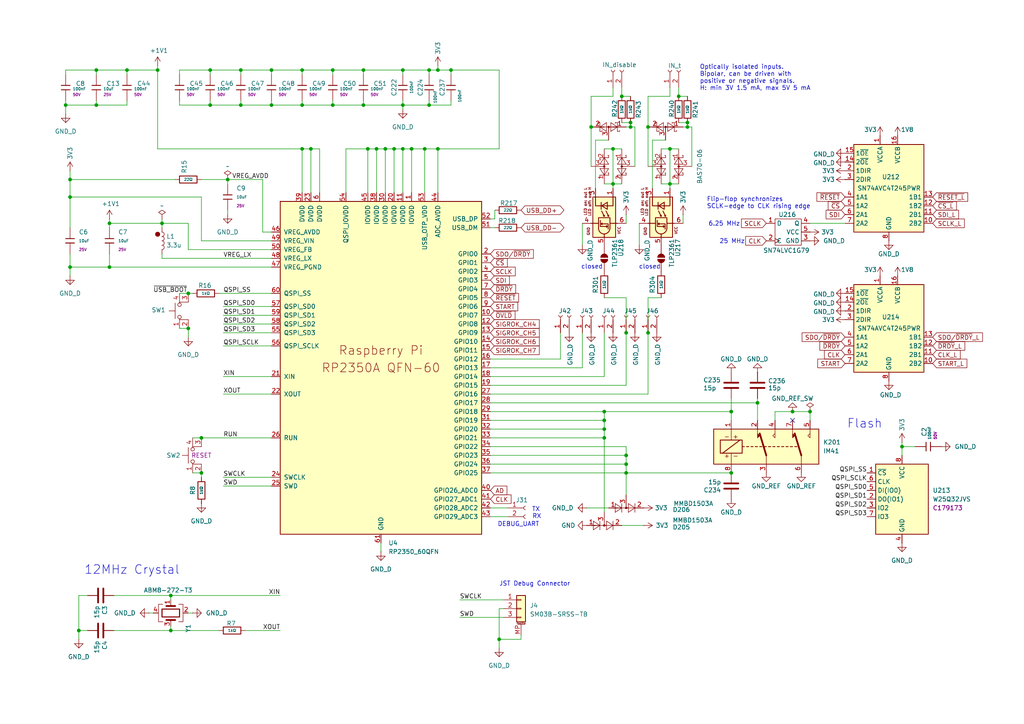
<source format=kicad_sch>
(kicad_sch (version 20250114) (generator "eeschema") (generator_version "9.0")
  (paper "A4")
  (circle (center 45.72 67.945) (radius 0.635) (stroke (width 0) (color 132 0 0 1)) (fill (type color) (color 132 0 0 1)))
  (text "DEBUG_UART" (at 150.368 152.146 0) (effects (font (size 1.27 1.27))))
  (text "12MHz Crystal" (at 24.384 166.878 0) (effects (font (size 2.54 2.54)) (justify left bottom)))
  (text "closed" (at 171.704 77.47 0) (effects (font (size 1.27 1.27))))
  (text "25 MHz" (at 212.344 70.104 0) (effects (font (size 1.27 1.27))))
  (text "closed" (at 188.468 77.47 0) (effects (font (size 1.27 1.27))))
  (text "JST Debug Connector" (at 144.78 170.18 0) (effects (font (size 1.27 1.27)) (justify left bottom)))
  (text "TX" (at 155.448 147.828 0) (effects (font (size 1.27 1.27))))
  (text "Flip-flop synchronizes\nSCLK-edge to CLK rising edge" (at 204.978 58.928 0) (effects (font (size 1.27 1.27)) (justify left)))
  (text "6.25 MHz" (at 210.058 65.024 0) (effects (font (size 1.27 1.27))))
  (text "Optically isolated inputs.\nBipolar, can be driven with \npositive or negative signals.\nH: min 3V 1.5 mA, max 5V 5 mA" (at 202.946 22.606 0) (effects (font (size 1.27 1.27)) (justify left)))
  (text "RX" (at 155.702 149.86 0) (effects (font (size 1.27 1.27))))
  (text "Flash" (at 245.618 124.46 0) (effects (font (size 2.54 2.54)) (justify left bottom)))
  (junction (at 194.31 43.18))
  (junction (at 31.75 77.47))
  (junction (at 69.85 20.32))
  (junction (at 19.05 30.48))
  (junction (at 45.72 20.32))
  (junction (at 261.62 129.54))
  (junction (at 175.26 119.38))
  (junction (at 177.8 53.34))
  (junction (at 219.71 116.84))
  (junction (at 175.26 127))
  (junction (at 234.95 119.38))
  (junction (at 109.22 43.18))
  (junction (at 31.75 64.77))
  (junction (at 196.85 27.94))
  (junction (at 105.41 20.32))
  (junction (at 229.87 119.38))
  (junction (at 58.42 137.16))
  (junction (at 127 20.32))
  (junction (at 46.99 64.77))
  (junction (at 105.41 30.48))
  (junction (at 182.88 36.83))
  (junction (at 181.61 132.08))
  (junction (at 106.68 43.18))
  (junction (at 90.17 43.18))
  (junction (at 199.39 35.56))
  (junction (at 87.63 30.48))
  (junction (at 66.04 52.07))
  (junction (at 49.53 182.88))
  (junction (at 212.09 119.38))
  (junction (at 187.96 36.83))
  (junction (at 187.96 96.52))
  (junction (at 20.32 52.07))
  (junction (at 20.32 57.15))
  (junction (at 87.63 20.32))
  (junction (at 111.76 43.18))
  (junction (at 36.83 20.32))
  (junction (at 124.46 30.48))
  (junction (at 69.85 30.48))
  (junction (at 119.38 43.18))
  (junction (at 123.19 43.18))
  (junction (at 171.45 36.83))
  (junction (at 177.8 43.18))
  (junction (at 20.32 77.47))
  (junction (at 27.94 30.48))
  (junction (at 58.42 127))
  (junction (at 60.96 20.32))
  (junction (at 60.96 30.48))
  (junction (at 87.63 43.18))
  (junction (at 96.52 30.48))
  (junction (at 175.26 121.92))
  (junction (at 181.61 134.62))
  (junction (at 114.3 43.18))
  (junction (at 212.09 137.16))
  (junction (at 78.74 20.32))
  (junction (at 116.84 20.32))
  (junction (at 116.84 43.18))
  (junction (at 96.52 20.32))
  (junction (at 54.61 95.25))
  (junction (at 127 43.18))
  (junction (at 194.31 53.34))
  (junction (at 27.94 20.32))
  (junction (at 22.86 182.88))
  (junction (at 181.61 96.52))
  (junction (at 124.46 20.32))
  (junction (at 180.34 27.94))
  (junction (at 144.78 185.42))
  (junction (at 49.53 172.72))
  (junction (at 116.84 30.48))
  (junction (at 54.61 85.09))
  (junction (at 78.74 30.48))
  (junction (at 181.61 137.16))
  (junction (at 199.39 36.83))
  (junction (at 175.26 124.46))
  (junction (at 130.81 20.32))
  (junction (at 182.88 35.56))
  (no_connect (at 229.87 121.92))
  (wire (pts (xy 58.42 57.15) (xy 58.42 69.85)))
  (wire (pts (xy 78.74 85.09) (xy 63.5 85.09)))
  (wire (pts (xy 96.52 29.21) (xy 96.52 30.48)))
  (wire (pts (xy 265.43 129.54) (xy 261.62 129.54)))
  (wire (pts (xy 58.42 69.85) (xy 78.74 69.85)))
  (wire (pts (xy 87.63 30.48) (xy 78.74 30.48)))
  (wire (pts (xy 54.61 95.25) (xy 54.61 97.79)))
  (wire (pts (xy 151.13 184.15) (xy 151.13 185.42)))
  (wire (pts (xy 60.96 29.21) (xy 60.96 30.48)))
  (wire (pts (xy 45.72 43.18) (xy 87.63 43.18)))
  (wire (pts (xy 196.85 53.34) (xy 194.31 53.34)))
  (wire (pts (xy 182.88 35.56) (xy 182.88 36.83)))
  (wire (pts (xy 46.99 63.5) (xy 46.99 64.77)))
  (wire (pts (xy 55.88 127) (xy 58.42 127)))
  (wire (pts (xy 45.72 19.05) (xy 45.72 20.32)))
  (wire (pts (xy 78.74 114.3) (xy 64.77 114.3)))
  (wire (pts (xy 60.96 20.32) (xy 69.85 20.32)))
  (wire (pts (xy 119.38 43.18) (xy 119.38 55.88)))
  (wire (pts (xy 142.24 63.5) (xy 143.51 63.5)))
  (wire (pts (xy 27.94 29.21) (xy 27.94 30.48)))
  (wire (pts (xy 87.63 29.21) (xy 87.63 30.48)))
  (wire (pts (xy 60.96 30.48) (xy 52.07 30.48)))
  (wire (pts (xy 116.84 20.32) (xy 105.41 20.32)))
  (wire (pts (xy 116.84 55.88) (xy 116.84 43.18)))
  (wire (pts (xy 31.75 64.77) (xy 46.99 64.77)))
  (wire (pts (xy 124.46 29.21) (xy 124.46 30.48)))
  (wire (pts (xy 36.83 21.59) (xy 36.83 20.32)))
  (wire (pts (xy 19.05 20.32) (xy 27.94 20.32)))
  (wire (pts (xy 54.61 72.39) (xy 54.61 64.77)))
  (wire (pts (xy 60.96 21.59) (xy 60.96 20.32)))
  (wire (pts (xy 20.32 52.07) (xy 50.8 52.07)))
  (wire (pts (xy 114.3 55.88) (xy 114.3 43.18)))
  (wire (pts (xy 175.26 121.92) (xy 175.26 124.46)))
  (wire (pts (xy 106.68 55.88) (xy 106.68 43.18)))
  (wire (pts (xy 196.85 25.4) (xy 196.85 27.94)))
  (wire (pts (xy 144.78 20.32) (xy 130.81 20.32)))
  (wire (pts (xy 25.4 172.72) (xy 22.86 172.72)))
  (wire (pts (xy 119.38 43.18) (xy 123.19 43.18)))
  (wire (pts (xy 116.84 30.48) (xy 124.46 30.48)))
  (wire (pts (xy 142.24 119.38) (xy 175.26 119.38)))
  (wire (pts (xy 19.05 21.59) (xy 19.05 20.32)))
  (wire (pts (xy 212.09 121.92) (xy 212.09 119.38)))
  (wire (pts (xy 20.32 52.07) (xy 20.32 57.15)))
  (wire (pts (xy 177.8 53.34) (xy 177.8 54.61)))
  (wire (pts (xy 144.78 185.42) (xy 151.13 185.42)))
  (wire (pts (xy 78.74 30.48) (xy 69.85 30.48)))
  (wire (pts (xy 175.26 124.46) (xy 175.26 127)))
  (wire (pts (xy 109.22 55.88) (xy 109.22 43.18)))
  (wire (pts (xy 127 19.05) (xy 127 20.32)))
  (wire (pts (xy 199.39 27.94) (xy 196.85 27.94)))
  (wire (pts (xy 219.71 121.92) (xy 219.71 116.84)))
  (wire (pts (xy 168.91 106.68) (xy 142.24 106.68)))
  (wire (pts (xy 172.72 40.64) (xy 176.53 40.64)))
  (wire (pts (xy 175.26 96.52) (xy 175.26 109.22)))
  (wire (pts (xy 184.15 36.83) (xy 184.15 48.26)))
  (wire (pts (xy 229.87 119.38) (xy 224.79 119.38)))
  (wire (pts (xy 180.34 43.18) (xy 177.8 43.18)))
  (wire (pts (xy 177.8 25.4) (xy 177.8 27.94)))
  (wire (pts (xy 78.74 138.43) (xy 64.77 138.43)))
  (wire (pts (xy 198.12 62.23) (xy 198.12 64.77)))
  (wire (pts (xy 46.99 64.77) (xy 46.99 66.04)))
  (wire (pts (xy 180.34 53.34) (xy 177.8 53.34)))
  (wire (pts (xy 182.88 27.94) (xy 180.34 27.94)))
  (wire (pts (xy 175.26 119.38) (xy 212.09 119.38)))
  (wire (pts (xy 177.8 43.18) (xy 177.8 53.34)))
  (wire (pts (xy 198.12 36.83) (xy 199.39 36.83)))
  (wire (pts (xy 100.33 55.88) (xy 100.33 43.18)))
  (wire (pts (xy 110.49 157.48) (xy 110.49 160.02)))
  (wire (pts (xy 49.53 172.72) (xy 81.28 172.72)))
  (wire (pts (xy 199.39 35.56) (xy 196.85 35.56)))
  (wire (pts (xy 181.61 137.16) (xy 212.09 137.16)))
  (wire (pts (xy 130.81 20.32) (xy 127 20.32)))
  (wire (pts (xy 19.05 30.48) (xy 27.94 30.48)))
  (wire (pts (xy 96.52 20.32) (xy 105.41 20.32)))
  (wire (pts (xy 49.53 181.61) (xy 49.53 182.88)))
  (wire (pts (xy 127 43.18) (xy 144.78 43.18)))
  (wire (pts (xy 187.96 114.3) (xy 142.24 114.3)))
  (wire (pts (xy 181.61 137.16) (xy 181.61 143.51)))
  (wire (pts (xy 187.96 86.36) (xy 187.96 96.52)))
  (wire (pts (xy 175.26 127) (xy 175.26 148.59)))
  (wire (pts (xy 142.24 124.46) (xy 175.26 124.46)))
  (wire (pts (xy 106.68 43.18) (xy 109.22 43.18)))
  (wire (pts (xy 78.74 21.59) (xy 78.74 20.32)))
  (wire (pts (xy 45.72 20.32) (xy 45.72 43.18)))
  (wire (pts (xy 111.76 55.88) (xy 111.76 43.18)))
  (wire (pts (xy 123.19 43.18) (xy 127 43.18)))
  (wire (pts (xy 20.32 57.15) (xy 20.32 66.04)))
  (wire (pts (xy 87.63 21.59) (xy 87.63 20.32)))
  (wire (pts (xy 200.66 36.83) (xy 200.66 48.26)))
  (wire (pts (xy 196.85 43.18) (xy 194.31 43.18)))
  (wire (pts (xy 100.33 43.18) (xy 106.68 43.18)))
  (wire (pts (xy 116.84 21.59) (xy 116.84 20.32)))
  (wire (pts (xy 64.77 93.98) (xy 78.74 93.98)))
  (wire (pts (xy 71.12 182.88) (xy 81.28 182.88)))
  (wire (pts (xy 181.61 86.36) (xy 181.61 96.52)))
  (wire (pts (xy 130.81 29.21) (xy 130.81 30.48)))
  (wire (pts (xy 234.95 119.38) (xy 234.95 121.92)))
  (wire (pts (xy 76.2 52.07) (xy 76.2 67.31)))
  (wire (pts (xy 20.32 77.47) (xy 20.32 80.01)))
  (wire (pts (xy 144.78 176.53) (xy 144.78 185.42)))
  (wire (pts (xy 66.04 62.23) (xy 66.04 60.96)))
  (wire (pts (xy 199.39 35.56) (xy 199.39 36.83)))
  (wire (pts (xy 31.75 66.04) (xy 31.75 64.77)))
  (wire (pts (xy 177.8 27.94) (xy 171.45 27.94)))
  (wire (pts (xy 25.4 182.88) (xy 22.86 182.88)))
  (wire (pts (xy 123.19 55.88) (xy 123.19 43.18)))
  (wire (pts (xy 142.24 127) (xy 175.26 127)))
  (wire (pts (xy 142.24 121.92) (xy 175.26 121.92)))
  (wire (pts (xy 194.31 27.94) (xy 187.96 27.94)))
  (wire (pts (xy 142.24 104.14) (xy 162.56 104.14)))
  (wire (pts (xy 31.75 73.66) (xy 31.75 77.47)))
  (wire (pts (xy 130.81 21.59) (xy 130.81 20.32)))
  (wire (pts (xy 111.76 43.18) (xy 114.3 43.18)))
  (wire (pts (xy 191.77 86.36) (xy 187.96 86.36)))
  (wire (pts (xy 133.35 179.07) (xy 146.05 179.07)))
  (wire (pts (xy 96.52 30.48) (xy 105.41 30.48)))
  (wire (pts (xy 90.17 43.18) (xy 92.71 43.18)))
  (wire (pts (xy 64.77 109.22) (xy 78.74 109.22)))
  (wire (pts (xy 20.32 49.53) (xy 20.32 52.07)))
  (wire (pts (xy 187.96 27.94) (xy 187.96 36.83)))
  (wire (pts (xy 36.83 20.32) (xy 45.72 20.32)))
  (wire (pts (xy 69.85 20.32) (xy 78.74 20.32)))
  (wire (pts (xy 162.56 96.52) (xy 162.56 104.14)))
  (wire (pts (xy 64.77 96.52) (xy 78.74 96.52)))
  (wire (pts (xy 142.24 116.84) (xy 219.71 116.84)))
  (wire (pts (xy 182.88 35.56) (xy 180.34 35.56)))
  (wire (pts (xy 109.22 43.18) (xy 111.76 43.18)))
  (wire (pts (xy 22.86 182.88) (xy 22.86 185.42)))
  (wire (pts (xy 133.35 173.99) (xy 146.05 173.99)))
  (wire (pts (xy 261.62 128.27) (xy 261.62 129.54)))
  (wire (pts (xy 78.74 72.39) (xy 54.61 72.39)))
  (wire (pts (xy 27.94 21.59) (xy 27.94 20.32)))
  (wire (pts (xy 181.61 132.08) (xy 181.61 129.54)))
  (wire (pts (xy 55.88 137.16) (xy 58.42 137.16)))
  (wire (pts (xy 144.78 185.42) (xy 144.78 187.96)))
  (wire (pts (xy 116.84 30.48) (xy 105.41 30.48)))
  (wire (pts (xy 142.24 147.32) (xy 147.32 147.32)))
  (wire (pts (xy 175.26 119.38) (xy 175.26 121.92)))
  (wire (pts (xy 181.61 62.23) (xy 181.61 64.77)))
  (wire (pts (xy 172.72 40.64) (xy 172.72 54.61)))
  (wire (pts (xy 194.31 53.34) (xy 191.77 53.34)))
  (wire (pts (xy 49.53 182.88) (xy 63.5 182.88)))
  (wire (pts (xy 58.42 137.16) (xy 58.42 138.43)))
  (wire (pts (xy 36.83 30.48) (xy 36.83 29.21)))
  (wire (pts (xy 31.75 77.47) (xy 78.74 77.47)))
  (wire (pts (xy 27.94 30.48) (xy 36.83 30.48)))
  (wire (pts (xy 189.23 40.64) (xy 189.23 54.61)))
  (wire (pts (xy 52.07 29.21) (xy 52.07 30.48)))
  (wire (pts (xy 175.26 109.22) (xy 142.24 109.22)))
  (wire (pts (xy 92.71 43.18) (xy 92.71 55.88)))
  (wire (pts (xy 116.84 43.18) (xy 119.38 43.18)))
  (wire (pts (xy 64.77 88.9) (xy 78.74 88.9)))
  (wire (pts (xy 22.86 172.72) (xy 22.86 182.88)))
  (wire (pts (xy 78.74 20.32) (xy 87.63 20.32)))
  (wire (pts (xy 127 43.18) (xy 127 55.88)))
  (wire (pts (xy 19.05 30.48) (xy 19.05 33.02)))
  (wire (pts (xy 69.85 30.48) (xy 60.96 30.48)))
  (wire (pts (xy 49.53 173.99) (xy 49.53 172.72)))
  (wire (pts (xy 146.05 176.53) (xy 144.78 176.53)))
  (wire (pts (xy 78.74 100.33) (xy 64.77 100.33)))
  (wire (pts (xy 64.77 91.44) (xy 78.74 91.44)))
  (wire (pts (xy 66.04 52.07) (xy 76.2 52.07)))
  (wire (pts (xy 187.96 96.52) (xy 187.96 114.3)))
  (wire (pts (xy 69.85 29.21) (xy 69.85 30.48)))
  (wire (pts (xy 105.41 29.21) (xy 105.41 30.48)))
  (wire (pts (xy 52.07 95.25) (xy 54.61 95.25)))
  (wire (pts (xy 66.04 52.07) (xy 66.04 53.34)))
  (wire (pts (xy 194.31 25.4) (xy 194.31 27.94)))
  (wire (pts (xy 234.95 119.38) (xy 229.87 119.38)))
  (wire (pts (xy 142.24 134.62) (xy 181.61 134.62)))
  (wire (pts (xy 90.17 43.18) (xy 87.63 43.18)))
  (wire (pts (xy 175.26 86.36) (xy 181.61 86.36)))
  (wire (pts (xy 58.42 127) (xy 78.74 127)))
  (wire (pts (xy 181.61 36.83) (xy 182.88 36.83)))
  (wire (pts (xy 124.46 21.59) (xy 124.46 20.32)))
  (wire (pts (xy 180.34 25.4) (xy 180.34 27.94)))
  (wire (pts (xy 19.05 29.21) (xy 19.05 30.48)))
  (wire (pts (xy 142.24 137.16) (xy 181.61 137.16)))
  (wire (pts (xy 76.2 67.31) (xy 78.74 67.31)))
  (wire (pts (xy 170.18 147.32) (xy 176.53 147.32)))
  (wire (pts (xy 181.61 137.16) (xy 181.61 134.62)))
  (wire (pts (xy 177.8 53.34) (xy 175.26 53.34)))
  (wire (pts (xy 90.17 55.88) (xy 90.17 43.18)))
  (wire (pts (xy 181.61 96.52) (xy 181.61 111.76)))
  (wire (pts (xy 194.31 53.34) (xy 194.31 54.61)))
  (wire (pts (xy 27.94 20.32) (xy 36.83 20.32)))
  (wire (pts (xy 114.3 43.18) (xy 116.84 43.18)))
  (wire (pts (xy 199.39 36.83) (xy 200.66 36.83)))
  (wire (pts (xy 143.51 60.96) (xy 143.51 63.5)))
  (wire (pts (xy 52.07 21.59) (xy 52.07 20.32)))
  (wire (pts (xy 31.75 63.5) (xy 31.75 64.77)))
  (wire (pts (xy 219.71 115.57) (xy 219.71 116.84)))
  (wire (pts (xy 96.52 30.48) (xy 87.63 30.48)))
  (wire (pts (xy 124.46 20.32) (xy 127 20.32)))
  (wire (pts (xy 142.24 132.08) (xy 181.61 132.08)))
  (wire (pts (xy 105.41 21.59) (xy 105.41 20.32)))
  (wire (pts (xy 54.61 64.77) (xy 46.99 64.77)))
  (wire (pts (xy 194.31 43.18) (xy 194.31 53.34)))
  (wire (pts (xy 185.42 64.77) (xy 185.42 71.12)))
  (wire (pts (xy 171.45 36.83) (xy 171.45 48.26)))
  (wire (pts (xy 46.99 74.93) (xy 46.99 73.66)))
  (wire (pts (xy 78.74 140.97) (xy 64.77 140.97)))
  (wire (pts (xy 43.18 177.8) (xy 44.45 177.8)))
  (wire (pts (xy 33.02 182.88) (xy 49.53 182.88)))
  (wire (pts (xy 69.85 21.59) (xy 69.85 20.32)))
  (wire (pts (xy 261.62 129.54) (xy 261.62 132.08)))
  (wire (pts (xy 186.69 152.4) (xy 180.34 152.4)))
  (wire (pts (xy 189.23 40.64) (xy 193.04 40.64)))
  (wire (pts (xy 234.95 64.77) (xy 245.11 64.77)))
  (wire (pts (xy 181.61 111.76) (xy 142.24 111.76)))
  (wire (pts (xy 194.31 43.18) (xy 191.77 43.18)))
  (wire (pts (xy 87.63 20.32) (xy 96.52 20.32)))
  (wire (pts (xy 130.81 30.48) (xy 124.46 30.48)))
  (wire (pts (xy 54.61 177.8) (xy 55.88 177.8)))
  (wire (pts (xy 87.63 43.18) (xy 87.63 55.88)))
  (wire (pts (xy 142.24 129.54) (xy 181.61 129.54)))
  (wire (pts (xy 187.96 36.83) (xy 187.96 48.26)))
  (wire (pts (xy 20.32 73.66) (xy 20.32 77.47)))
  (wire (pts (xy 54.61 85.09) (xy 55.88 85.09)))
  (wire (pts (xy 20.32 57.15) (xy 58.42 57.15)))
  (wire (pts (xy 168.91 64.77) (xy 168.91 71.12)))
  (wire (pts (xy 168.91 96.52) (xy 168.91 106.68)))
  (wire (pts (xy 212.09 115.57) (xy 212.09 119.38)))
  (wire (pts (xy 116.84 29.21) (xy 116.84 30.48)))
  (wire (pts (xy 20.32 77.47) (xy 31.75 77.47)))
  (wire (pts (xy 52.07 85.09) (xy 54.61 85.09)))
  (wire (pts (xy 181.61 134.62) (xy 181.61 132.08)))
  (wire (pts (xy 144.78 43.18) (xy 144.78 20.32)))
  (wire (pts (xy 96.52 21.59) (xy 96.52 20.32)))
  (wire (pts (xy 46.99 74.93) (xy 78.74 74.93)))
  (wire (pts (xy 182.88 36.83) (xy 184.15 36.83)))
  (wire (pts (xy 78.74 29.21) (xy 78.74 30.48)))
  (wire (pts (xy 142.24 149.86) (xy 147.32 149.86)))
  (wire (pts (xy 52.07 20.32) (xy 60.96 20.32)))
  (wire (pts (xy 116.84 20.32) (xy 124.46 20.32)))
  (wire (pts (xy 177.8 43.18) (xy 175.26 43.18)))
  (wire (pts (xy 224.79 119.38) (xy 224.79 121.92)))
  (wire (pts (xy 58.42 52.07) (xy 66.04 52.07)))
  (wire (pts (xy 142.24 66.04) (xy 143.51 66.04)))
  (wire (pts (xy 171.45 27.94) (xy 171.45 36.83)))
  (wire (pts (xy 116.84 30.48) (xy 116.84 31.75)))
  (wire (pts (xy 33.02 172.72) (xy 49.53 172.72)))
  (label "XOUT" (at 64.77 114.3 0))
  (label "RUN" (at 64.77 127 0))
  (label "QSPI_SD3" (at 251.46 149.86 180))
  (label "SWD" (at 64.77 140.97 0))
  (label "QSPI_SD1" (at 64.77 91.44 0))
  (label "QSPI_SCLK" (at 251.46 139.7 180))
  (label "VREG_LX" (at 64.77 74.93 0))
  (label "QSPI_SS" (at 64.77 85.09 0))
  (label "SWCLK" (at 64.77 138.43 0))
  (label "XIN" (at 64.77 109.22 0))
  (label "QSPI_SD2" (at 64.77 93.98 0))
  (label "VREG_AVDD" (at 67.31 52.07 0))
  (label "~{USB_BOOT}" (at 44.45 85.09 0))
  (label "QSPI_SD0" (at 64.77 88.9 0))
  (label "QSPI_SD0" (at 251.46 142.24 180))
  (label "QSPI_SD2" (at 251.46 147.32 180))
  (label "XOUT" (at 81.28 182.88 180))
  (label "QSPI_SCLK" (at 64.77 100.33 0))
  (label "QSPI_SD1" (at 251.46 144.78 180))
  (label "XIN" (at 81.28 172.72 180))
  (label "QSPI_SD3" (at 64.77 96.52 0))
  (label "SWD" (at 133.35 179.07 0))
  (label "QSPI_SS" (at 251.46 137.16 180))
  (label "SWCLK" (at 133.35 173.99 0))
  (global_label "SDO{slash}~{DRDY}" (shape input) (at 142.24 73.66 0) (property "Intersheetrefs" "${INTERSHEET_REFS}" (effects (hide yes))))
  (global_label "~{RESET}" (shape input) (at 142.24 86.36 0) (property "Intersheetrefs" "${INTERSHEET_REFS}" (effects (hide yes))))
  (global_label "CLK_L" (shape input) (at 270.51 102.87 0) (property "Intersheetrefs" "${INTERSHEET_REFS}" (effects (hide yes))))
  (global_label "SDI_L" (shape input) (at 270.51 62.23 0) (property "Intersheetrefs" "${INTERSHEET_REFS}" (effects (hide yes))))
  (global_label "SIGROK_CH5" (shape input) (at 142.24 96.52 0) (property "Intersheetrefs" "${INTERSHEET_REFS}" (effects (hide yes))))
  (global_label "USB_DD+" (shape bidirectional) (at 151.13 60.96 0) (property "Intersheetrefs" "${INTERSHEET_REFS}" (effects (hide yes))))
  (global_label "~{DRDY}_L" (shape input) (at 270.51 100.33 0) (property "Intersheetrefs" "${INTERSHEET_REFS}" (effects (hide yes))))
  (global_label "~{CS_L}" (shape input) (at 270.51 59.69 0) (property "Intersheetrefs" "${INTERSHEET_REFS}" (effects (hide yes))))
  (global_label "~{DRDY}" (shape input) (at 142.24 83.82 0) (property "Intersheetrefs" "${INTERSHEET_REFS}" (effects (hide yes))))
  (global_label "START_L" (shape input) (at 270.51 105.41 0) (property "Intersheetrefs" "${INTERSHEET_REFS}" (effects (hide yes))))
  (global_label "~{DRDY}" (shape input) (at 245.11 100.33 180) (property "Intersheetrefs" "${INTERSHEET_REFS}" (effects (hide yes))))
  (global_label "SDO{slash}~{DRDY}_L" (shape input) (at 270.51 97.79 0) (property "Intersheetrefs" "${INTERSHEET_REFS}" (effects (hide yes))))
  (global_label "USB_DD-" (shape bidirectional) (at 151.13 66.04 0) (property "Intersheetrefs" "${INTERSHEET_REFS}" (effects (hide yes))))
  (global_label "SDI" (shape input) (at 142.24 81.28 0) (property "Intersheetrefs" "${INTERSHEET_REFS}" (effects (hide yes))))
  (global_label "SDI" (shape input) (at 245.11 62.23 180) (property "Intersheetrefs" "${INTERSHEET_REFS}" (effects (hide yes))))
  (global_label "AD" (shape input) (at 142.24 142.24 0) (property "Intersheetrefs" "${INTERSHEET_REFS}" (effects (hide yes))))
  (global_label "~{CS}" (shape input) (at 245.11 59.69 180) (property "Intersheetrefs" "${INTERSHEET_REFS}" (effects (hide yes))))
  (global_label "~{CS}" (shape input) (at 142.24 76.2 0) (property "Intersheetrefs" "${INTERSHEET_REFS}" (effects (hide yes))))
  (global_label "~{RESET}" (shape input) (at 245.11 57.15 180) (property "Intersheetrefs" "${INTERSHEET_REFS}" (effects (hide yes))))
  (global_label "SIGROK_CH6" (shape input) (at 142.24 99.06 0) (property "Intersheetrefs" "${INTERSHEET_REFS}" (effects (hide yes))))
  (global_label "START" (shape input) (at 142.24 88.9 0) (property "Intersheetrefs" "${INTERSHEET_REFS}" (effects (hide yes))))
  (global_label "SCLK_L" (shape input) (at 270.51 64.77 0) (property "Intersheetrefs" "${INTERSHEET_REFS}" (effects (hide yes))))
  (global_label "CLK" (shape input) (at 245.11 102.87 180) (property "Intersheetrefs" "${INTERSHEET_REFS}" (effects (hide yes))))
  (global_label "SCLK" (shape input) (at 222.25 64.77 180) (property "Intersheetrefs" "${INTERSHEET_REFS}" (effects (hide yes))))
  (global_label "~{OVLD}" (shape input) (at 142.24 91.44 0) (property "Intersheetrefs" "${INTERSHEET_REFS}" (effects (hide yes))))
  (global_label "CLK" (shape input) (at 142.24 144.78 0) (property "Intersheetrefs" "${INTERSHEET_REFS}" (effects (hide yes))))
  (global_label "~{RESET_L}" (shape input) (at 270.51 57.15 0) (property "Intersheetrefs" "${INTERSHEET_REFS}" (effects (hide yes))))
  (global_label "CLK" (shape input) (at 222.25 69.85 180) (property "Intersheetrefs" "${INTERSHEET_REFS}" (effects (hide yes))))
  (global_label "SIGROK_CH7" (shape input) (at 142.24 101.6 0) (property "Intersheetrefs" "${INTERSHEET_REFS}" (effects (hide yes))))
  (global_label "SDO{slash}~{DRDY}" (shape input) (at 245.11 97.79 180) (property "Intersheetrefs" "${INTERSHEET_REFS}" (effects (hide yes))))
  (global_label "SCLK" (shape input) (at 142.24 78.74 0) (property "Intersheetrefs" "${INTERSHEET_REFS}" (effects (hide yes))))
  (global_label "START" (shape input) (at 245.11 105.41 180) (property "Intersheetrefs" "${INTERSHEET_REFS}" (effects (hide yes))))
  (global_label "SIGROK_CH4" (shape input) (at 142.24 93.98 0) (property "Intersheetrefs" "${INTERSHEET_REFS}" (effects (hide yes))))
  (symbol (lib_id "PCM_JLCPCB-Capacitors:0402,100nF,(2)") (at 269.24 129.54 90) (unit 1)
    (property "Reference" "C2" (at 268.0716 126.619 0) (effects (justify left)))
    (property "Value" "100nF" (at 269.6182 127.508 0) (effects (font (size 0.8 0.8)) (justify left)))
    (property "Footprint" "PCM_JLCPCB:C_0402" (effects (hide yes)))
    (property "Datasheet" "https://www.lcsc.com/datasheet/lcsc_datasheet_2304140030_Samsung-Electro-Mechanics-CL05B104KB54PNC_C307331.pdf" (effects (hide yes)))
    (property "Description" "50V 100nF X7R ±10% 0402 Multilayer Ceramic Capacitors MLCC - SMD/SMT ROHS" (effects (hide yes)))
    (property "LCSC" "C307331" (effects (hide yes)))
    (property "Stock" "4385108" (effects (hide yes)))
    (property "Price" "0.008USD" (effects (hide yes)))
    (property "Process" "SMT" (effects (hide yes)))
    (property "Minimum Qty" "20" (effects (hide yes)))
    (property "Attrition Qty" "10" (effects (hide yes)))
    (property "Class" "Basic Component" (effects (hide yes)))
    (property "Category" "Capacitors,Multilayer Ceramic Capacitors MLCC - SMD/SMT" (effects (hide yes)))
    (property "Manufacturer" "Samsung Electro-Mechanics" (effects (hide yes)))
    (property "Part" "CL05B104KB54PNC" (effects (hide yes)))
    (property "Voltage Rated" "50V" (at 271.2862 127.508 0) (effects (font (size 0.8 0.8)) (justify left)))
    (property "Tolerance" "±10%" (effects (hide yes)))
    (property "Capacitance" "100nF" (effects (hide yes)))
    (property "Temperature Coefficient" "X7R" (effects (hide yes)))
  )
  (symbol (lib_id "PCM_JLCPCB-Capacitors:0402,100nF,(2)") (at 60.96 25.4 0) (unit 1)
    (property "Reference" "C46" (at 63.881 24.2316 0) (effects (justify left)))
    (property "Value" "100nF" (at 62.992 25.7782 0) (effects (font (size 0.8 0.8)) (justify left)))
    (property "Footprint" "PCM_JLCPCB:C_0402" (effects (hide yes)))
    (property "Datasheet" "https://www.lcsc.com/datasheet/lcsc_datasheet_2304140030_Samsung-Electro-Mechanics-CL05B104KB54PNC_C307331.pdf" (effects (hide yes)))
    (property "Description" "50V 100nF X7R ±10% 0402 Multilayer Ceramic Capacitors MLCC - SMD/SMT ROHS" (effects (hide yes)))
    (property "LCSC" "C307331" (effects (hide yes)))
    (property "Stock" "4385108" (effects (hide yes)))
    (property "Price" "0.008USD" (effects (hide yes)))
    (property "Process" "SMT" (effects (hide yes)))
    (property "Minimum Qty" "20" (effects (hide yes)))
    (property "Attrition Qty" "10" (effects (hide yes)))
    (property "Class" "Basic Component" (effects (hide yes)))
    (property "Category" "Capacitors,Multilayer Ceramic Capacitors MLCC - SMD/SMT" (effects (hide yes)))
    (property "Manufacturer" "Samsung Electro-Mechanics" (effects (hide yes)))
    (property "Part" "CL05B104KB54PNC" (effects (hide yes)))
    (property "Voltage Rated" "50V" (at 62.992 27.4462 0) (effects (font (size 0.8 0.8)) (justify left)))
    (property "Tolerance" "±10%" (effects (hide yes)))
    (property "Capacitance" "100nF" (effects (hide yes)))
    (property "Temperature Coefficient" "X7R" (effects (hide yes)))
  )
  (symbol (lib_id "00_project_library:GND_D") (at 54.61 97.79 180) (unit 1)
    (property "Reference" "#PWRGND_D0213" (effects (hide yes)))
    (property "Value" "GND_D" (at 54.61 102.87 0))
  )
  (symbol (lib_id "00_project_library:3V3") (at 261.62 128.27 0) (unit 1)
    (property "Reference" "#PWR0272" (effects (hide yes)))
    (property "Value" "3V3" (at 261.62 123.19 90))
  )
  (symbol (lib_id "00_project_library:GND_D") (at 165.1 96.52 180) (unit 1)
    (property "Reference" "#PWRGND_D0230" (effects (hide yes)))
    (property "Value" "GND_D" (at 165.354 102.87 90))
  )
  (symbol (lib_id "00_project_library:GND_D") (at 257.81 110.49 180) (unit 1)
    (property "Reference" "#PWRGND_D0231" (effects (hide yes)))
    (property "Value" "GND_D" (at 258.318 114.554 0))
  )
  (symbol (lib_id "power:GND") (at 219.71 107.95 0) (mirror x) (unit 1)
    (property "Reference" "#PWR0315" (effects (hide yes)))
    (property "Value" "GND_D" (at 219.71 104.14 0))
    (property "Description" "Power symbol creates a global label with name \"GND\" , ground" (effects (hide yes)))
  )
  (symbol (lib_id "PCM_JLCPCB-Capacitors:0402,100nF,(2)") (at 105.41 25.4 0) (unit 1)
    (property "Reference" "C51" (at 108.331 24.2316 0) (effects (justify left)))
    (property "Value" "100nF" (at 107.442 25.7782 0) (effects (font (size 0.8 0.8)) (justify left)))
    (property "Footprint" "PCM_JLCPCB:C_0402" (effects (hide yes)))
    (property "Datasheet" "https://www.lcsc.com/datasheet/lcsc_datasheet_2304140030_Samsung-Electro-Mechanics-CL05B104KB54PNC_C307331.pdf" (effects (hide yes)))
    (property "Description" "50V 100nF X7R ±10% 0402 Multilayer Ceramic Capacitors MLCC - SMD/SMT ROHS" (effects (hide yes)))
    (property "LCSC" "C307331" (effects (hide yes)))
    (property "Stock" "4385108" (effects (hide yes)))
    (property "Price" "0.008USD" (effects (hide yes)))
    (property "Process" "SMT" (effects (hide yes)))
    (property "Minimum Qty" "20" (effects (hide yes)))
    (property "Attrition Qty" "10" (effects (hide yes)))
    (property "Class" "Basic Component" (effects (hide yes)))
    (property "Category" "Capacitors,Multilayer Ceramic Capacitors MLCC - SMD/SMT" (effects (hide yes)))
    (property "Manufacturer" "Samsung Electro-Mechanics" (effects (hide yes)))
    (property "Part" "CL05B104KB54PNC" (effects (hide yes)))
    (property "Voltage Rated" "50V" (at 107.442 27.4462 0) (effects (font (size 0.8 0.8)) (justify left)))
    (property "Tolerance" "±10%" (effects (hide yes)))
    (property "Capacitance" "100nF" (effects (hide yes)))
    (property "Temperature Coefficient" "X7R" (effects (hide yes)))
  )
  (symbol (lib_id "00_project_library:3V3") (at 20.32 49.53 0) (unit 1)
    (property "Reference" "#PWR0252" (effects (hide yes)))
    (property "Value" "3V3" (at 20.32 44.45 90))
  )
  (symbol (lib_id "PCM_JLCPCB-Capacitors:0402,100nF,(2)") (at 130.81 25.4 0) (unit 1)
    (property "Reference" "C237" (at 128.27 27.94 90) (effects (justify left)))
    (property "Value" "100nF" (at 133.35 29.718 90) (effects (font (size 0.8 0.8)) (justify left)))
    (property "Footprint" "PCM_JLCPCB:C_0402" (effects (hide yes)))
    (property "Datasheet" "https://www.lcsc.com/datasheet/lcsc_datasheet_2304140030_Samsung-Electro-Mechanics-CL05B104KB54PNC_C307331.pdf" (effects (hide yes)))
    (property "Description" "50V 100nF X7R ±10% 0402 Multilayer Ceramic Capacitors MLCC - SMD/SMT ROHS" (effects (hide yes)))
    (property "LCSC" "C307331" (effects (hide yes)))
    (property "Stock" "4385108" (effects (hide yes)))
    (property "Price" "0.008USD" (effects (hide yes)))
    (property "Process" "SMT" (effects (hide yes)))
    (property "Minimum Qty" "20" (effects (hide yes)))
    (property "Attrition Qty" "10" (effects (hide yes)))
    (property "Class" "Basic Component" (effects (hide yes)))
    (property "Category" "Capacitors,Multilayer Ceramic Capacitors MLCC - SMD/SMT" (effects (hide yes)))
    (property "Manufacturer" "Samsung Electro-Mechanics" (effects (hide yes)))
    (property "Part" "CL05B104KB54PNC" (effects (hide yes)))
    (property "Voltage Rated" "50V" (effects (hide yes)))
    (property "Tolerance" "±10%" (effects (hide yes)))
    (property "Capacitance" "100nF" (effects (hide yes)))
    (property "Temperature Coefficient" "X7R" (effects (hide yes)))
  )
  (symbol (lib_id "00_project_library:3V3") (at 255.27 39.37 0) (unit 1)
    (property "Reference" "#PWR0289" (effects (hide yes)))
    (property "Value" "3V3" (at 252.476 37.592 0))
  )
  (symbol (lib_id "00_project_library:BAS70-06") (at 182.88 48.26 90) (mirror x) (unit 1)
    (property "Reference" "D215" (effects (hide yes)))
    (property "Value" "BAS70-06" (effects (hide yes)))
    (property "Footprint" "Package_TO_SOT_SMD:SOT-23" (effects (hide yes)))
    (property "Datasheet" "http://www.vishay.com/docs/85701/bas40v.pdf" (effects (hide yes)))
    (property "Description" "Dual Small Signal Schottky Diodes" (effects (hide yes)))
    (property "JLC" "C22466364" (effects (hide yes)))
  )
  (symbol (lib_id "00_project_library:stiftenleiste_bruecke") (at 168.91 91.44 90) (unit 1)
    (property "Reference" "J43" (at 168.402 90.17 90) (effects (justify right)))
    (property "Value" "Conn_01x02_Socket" (effects (hide yes)))
    (property "Footprint" "00_project_library:stiftenleiste_bruecke" (effects (hide yes)))
    (property "Description" "Generic connector, single row, 01x02, script generated" (effects (hide yes)))
  )
  (symbol (lib_id "00_project_library:0805,1k, thinfilm") (at 67.31 182.88 270) (unit 1)
    (property "Reference" "R7" (at 67.056 180.848 90))
    (property "Value" "1kΩ" (at 67.31 182.88 90) (effects (font (size 0.8 0.8))))
    (property "Footprint" "PCM_JLCPCB:R_0805" (effects (hide yes)))
    (property "JLC" "C110774" (effects (hide yes)))
  )
  (symbol (lib_id "power:GND") (at 170.18 152.4 270) (unit 1)
    (property "Reference" "#PWR0297" (effects (hide yes)))
    (property "Value" "GND" (at 164.846 152.4 90))
    (property "Description" "Power symbol creates a global label with name \"GND\" , ground" (effects (hide yes)))
  )
  (symbol (lib_id "00_project_library:GND_D") (at 22.86 185.42 180) (unit 1)
    (property "Reference" "#PWRGND_D0218" (effects (hide yes)))
    (property "Value" "GND_D" (at 22.86 190.5 0))
  )
  (symbol (lib_id "00_project_library:TLP2361") (at 191.77 64.77 270) (unit 1)
    (property "Reference" "U217" (at 196.596 71.882 0))
    (property "Value" "TLP2361" (at 194.818 73.406 0))
    (property "Footprint" "Package_SO:SO-5-6_4.55x3.7mm_P1.27mm" (effects (hide yes)))
    (property "JLCPCB" "C107626" (effects (hide yes)))
  )
  (symbol (lib_id "01_rp2350:RP2350_60QFN") (at 110.49 106.68 0) (unit 1)
    (property "Reference" "U4" (at 112.6333 157.48 0) (effects (justify left)))
    (property "Value" "RP2350_60QFN" (at 112.6333 160.02 0) (effects (justify left)))
    (property "Footprint" "01_rp2350_60QFN:RP2350-QFN-60-1EP_7x7_P0.4mm_EP3.4x3.4mm_ThermalVias" (effects (hide yes)))
    (property "Datasheet" "https://datasheets.raspberrypi.com/rp2350/rp2350-datasheet.pdf" (effects (hide yes)))
    (property "JLC" "C42411118" (effects (hide yes)))
  )
  (symbol (lib_id "PCM_JLCPCB-Capacitors:0402,100nF,(2)") (at 116.84 25.4 0) (unit 1)
    (property "Reference" "C222" (at 114.3 27.94 90) (effects (justify left)))
    (property "Value" "100nF" (at 119.38 27.178 90) (effects (font (size 0.8 0.8)) (justify left)))
    (property "Footprint" "PCM_JLCPCB:C_0402" (effects (hide yes)))
    (property "Datasheet" "https://www.lcsc.com/datasheet/lcsc_datasheet_2304140030_Samsung-Electro-Mechanics-CL05B104KB54PNC_C307331.pdf" (effects (hide yes)))
    (property "Description" "50V 100nF X7R ±10% 0402 Multilayer Ceramic Capacitors MLCC - SMD/SMT ROHS" (effects (hide yes)))
    (property "LCSC" "C307331" (effects (hide yes)))
    (property "Stock" "4385108" (effects (hide yes)))
    (property "Price" "0.008USD" (effects (hide yes)))
    (property "Process" "SMT" (effects (hide yes)))
    (property "Minimum Qty" "20" (effects (hide yes)))
    (property "Attrition Qty" "10" (effects (hide yes)))
    (property "Class" "Basic Component" (effects (hide yes)))
    (property "Category" "Capacitors,Multilayer Ceramic Capacitors MLCC - SMD/SMT" (effects (hide yes)))
    (property "Manufacturer" "Samsung Electro-Mechanics" (effects (hide yes)))
    (property "Part" "CL05B104KB54PNC" (effects (hide yes)))
    (property "Voltage Rated" "50V" (effects (hide yes)))
    (property "Tolerance" "±10%" (effects (hide yes)))
    (property "Capacitance" "100nF" (effects (hide yes)))
    (property "Temperature Coefficient" "X7R" (effects (hide yes)))
  )
  (symbol (lib_id "00_project_library:GND_D") (at 184.15 96.52 180) (unit 1)
    (property "Reference" "#PWRGND_D0227" (effects (hide yes)))
    (property "Value" "GND_D" (at 184.404 102.87 90))
  )
  (symbol (lib_id "00_project_library:3V3") (at 198.12 62.23 0) (unit 1)
    (property "Reference" "#PWR0316" (effects (hide yes)))
    (property "Value" "3V3" (at 198.12 57.15 90))
  )
  (symbol (lib_id "00_project_library:MMBD1503A") (at 181.61 144.78 0) (mirror x) (unit 1)
    (property "Reference" "D206" (at 195.072 147.828 0) (effects (justify left)))
    (property "Value" "MMBD1503A" (at 195.326 146.05 0) (effects (justify left)))
    (property "Footprint" "Package_TO_SOT_SMD:SOT-23" (effects (hide yes)))
    (property "Datasheet" "https://www.lcsc.com/datasheet/lcsc_datasheet_1912111437_onsemi-MMBD1503A_C242273.pdf" (effects (hide yes)))
    (property "Description" "Small Signal Diodes Dual" (effects (hide yes)))
  )
  (symbol (lib_id "00_project_library:0805,1k, thinfilm") (at 59.69 85.09 270) (unit 1)
    (property "Reference" "R16" (at 59.436 82.804 90))
    (property "Value" "1kΩ" (at 59.69 85.09 90) (effects (font (size 0.8 0.8))))
    (property "Footprint" "PCM_JLCPCB:R_0805" (effects (hide yes)))
    (property "JLC" "C110774" (effects (hide yes)))
  )
  (symbol (lib_id "Logic_LevelTranslator:SN74AVC4T245PW") (at 257.81 95.25 0) (unit 1)
    (property "Reference" "U214" (at 255.778 91.948 0) (effects (justify left)))
    (property "Value" "SN74AVC4T245PWR" (at 248.666 95.25 0) (effects (justify left)))
    (property "Footprint" "Package_SO:TSSOP-16_4.4x5mm_P0.65mm" (effects (hide yes)))
    (property "Datasheet" "https://www.ti.com/lit/ds/symlink/sn74avc4t245.pdf" (effects (hide yes)))
    (property "Description" "4-Bit Dual-Supply Bus Transceiver With Configurable Voltage Translation and 3-State Outputs, TSSOP-16" (effects (hide yes)))
  )
  (symbol (lib_id "00_project_library:GND_D") (at 20.32 80.01 180) (unit 1)
    (property "Reference" "#PWRGND_D0223" (effects (hide yes)))
    (property "Value" "GND_D" (at 20.32 85.09 0))
  )
  (symbol (lib_id "00_project_library:stiftenleiste_bruecke") (at 187.96 91.44 90) (unit 1)
    (property "Reference" "J46" (at 187.452 90.17 90) (effects (justify right)))
    (property "Value" "Conn_01x02_Socket" (effects (hide yes)))
    (property "Footprint" "00_project_library:stiftenleiste_bruecke" (effects (hide yes)))
    (property "Description" "Generic connector, single row, 01x02, script generated" (effects (hide yes)))
  )
  (symbol (lib_id "00_project_library:GND_D") (at 190.5 96.52 180) (unit 1)
    (property "Reference" "#PWRGND_D0226" (effects (hide yes)))
    (property "Value" "GND_D" (at 190.754 102.87 90))
  )
  (symbol (lib_id "00_project_library:GND_REF") (at 222.25 137.16 0) (unit 1)
    (property "Reference" "#PWR0217" (effects (hide yes)))
    (property "Value" "GND_REF" (at 222.25 140.97 0))
    (property "Description" "Power symbol creates a global label with name \"GND_REF\" , ground" (effects (hide yes)))
  )
  (symbol (lib_id "00_project_library:BAS70-06") (at 193.04 39.37 0) (mirror y) (unit 1)
    (property "Reference" "D210" (effects (hide yes)))
    (property "Value" "BAS70-06" (effects (hide yes)))
    (property "Footprint" "Package_TO_SOT_SMD:SOT-23" (effects (hide yes)))
    (property "Datasheet" "http://www.vishay.com/docs/85701/bas40v.pdf" (effects (hide yes)))
    (property "Description" "Dual Small Signal Schottky Diodes" (effects (hide yes)))
    (property "JLC" "C22466364" (effects (hide yes)))
  )
  (symbol (lib_id "00_project_library:GND_D") (at 55.88 177.8 270) (unit 1)
    (property "Reference" "#PWRGND_D0224" (effects (hide yes)))
    (property "Value" "GND_D" (at 59.69 177.7999 90) (effects (justify left)))
  )
  (symbol (lib_id "00_project_library:GND_D") (at 245.11 46.99 90) (unit 1)
    (property "Reference" "#PWRGND_D0237" (effects (hide yes)))
    (property "Value" "GND_D" (at 239.014 47.244 90))
  )
  (symbol (lib_id "00_project_library:BAS70-06") (at 189.23 48.26 270) (mirror x) (unit 1)
    (property "Reference" "D212" (effects (hide yes)))
    (property "Value" "BAS70-06" (effects (hide yes)))
    (property "Footprint" "Package_TO_SOT_SMD:SOT-23" (effects (hide yes)))
    (property "Datasheet" "http://www.vishay.com/docs/85701/bas40v.pdf" (effects (hide yes)))
    (property "Description" "Dual Small Signal Schottky Diodes" (effects (hide yes)))
    (property "JLC" "C22466364" (effects (hide yes)))
  )
  (symbol (lib_id "PCM_JLCPCB-Resistors:0402,22Ω") (at 147.32 66.04 90) (unit 1)
    (property "Reference" "R218" (at 147.066 64.008 90))
    (property "Value" "22Ω" (at 147.32 66.04 90) (effects (font (size 0.8 0.8))))
    (property "Footprint" "PCM_JLCPCB:R_0402" (effects (hide yes)))
    (property "Datasheet" "https://www.lcsc.com/datasheet/lcsc_datasheet_2205311900_UNI-ROYAL-Uniroyal-Elec-0402WGF220JTCE_C25092.pdf" (effects (hide yes)))
    (property "Description" "62.5mW Thick Film Resistors 50V ±1% ±100ppm/°C 22Ω 0402 Chip Resistor - Surface Mount ROHS" (effects (hide yes)))
    (property "LCSC" "C25092" (effects (hide yes)))
    (property "Stock" "2056349" (effects (hide yes)))
    (property "Price" "0.004USD" (effects (hide yes)))
    (property "Process" "SMT" (effects (hide yes)))
    (property "Minimum Qty" "20" (effects (hide yes)))
    (property "Attrition Qty" "10" (effects (hide yes)))
    (property "Class" "Basic Component" (effects (hide yes)))
    (property "Category" "Resistors,Chip Resistor - Surface Mount" (effects (hide yes)))
    (property "Manufacturer" "UNI-ROYAL(Uniroyal Elec)" (effects (hide yes)))
    (property "Part" "0402WGF220JTCE" (effects (hide yes)))
    (property "Resistance" "22Ω" (effects (hide yes)))
    (property "Power(Watts)" "62.5mW" (effects (hide yes)))
    (property "Type" "Thick Film Resistors" (effects (hide yes)))
    (property "Overload Voltage (Max)" "50V" (effects (hide yes)))
    (property "Operating Temperature Range" "-55°C~+155°C" (effects (hide yes)))
    (property "Tolerance" "±1%" (effects (hide yes)))
    (property "Temperature Coefficient" "±100ppm/°C" (effects (hide yes)))
  )
  (symbol (lib_id "00_project_library:GND_D") (at 170.18 147.32 90) (unit 1)
    (property "Reference" "#PWRGND_D0247" (effects (hide yes)))
    (property "Value" "GND_D" (at 166.37 147.3199 90) (effects (justify left)))
  )
  (symbol (lib_id "PCM_JLCPCB-Capacitors:0603,10uF,(2)") (at 27.94 25.4 0) (unit 1)
    (property "Reference" "C13" (at 30.861 24.2316 0) (effects (justify left)))
    (property "Value" "10uF" (at 29.972 25.7782 0) (effects (font (size 0.8 0.8)) (justify left)))
    (property "Footprint" "PCM_JLCPCB:C_0603" (effects (hide yes)))
    (property "Datasheet" "https://www.lcsc.com/datasheet/lcsc_datasheet_2304140030_Samsung-Electro-Mechanics-CL10A106MA8NRNC_C96446.pdf" (effects (hide yes)))
    (property "Description" "25V 10uF X5R ±20% 0603 Multilayer Ceramic Capacitors MLCC - SMD/SMT ROHS" (effects (hide yes)))
    (property "LCSC" "C96446" (effects (hide yes)))
    (property "Stock" "2813815" (effects (hide yes)))
    (property "Price" "0.017USD" (effects (hide yes)))
    (property "Process" "SMT" (effects (hide yes)))
    (property "Minimum Qty" "20" (effects (hide yes)))
    (property "Attrition Qty" "8" (effects (hide yes)))
    (property "Class" "Basic Component" (effects (hide yes)))
    (property "Category" "Capacitors,Multilayer Ceramic Capacitors MLCC - SMD/SMT" (effects (hide yes)))
    (property "Manufacturer" "Samsung Electro-Mechanics" (effects (hide yes)))
    (property "Part" "CL10A106MA8NRNC" (effects (hide yes)))
    (property "Voltage Rated" "25V" (at 29.972 27.4462 0) (effects (font (size 0.8 0.8)) (justify left)))
    (property "Tolerance" "±20%" (effects (hide yes)))
    (property "Capacitance" "10uF" (effects (hide yes)))
    (property "Temperature Coefficient" "X5R" (effects (hide yes)))
  )
  (symbol (lib_id "PCM_JLCPCB-Capacitors:0603,10uF,(2)") (at 20.32 69.85 0) (unit 1)
    (property "Reference" "C6" (at 22.86 67.3099 0) (effects (justify left)))
    (property "Value" "10uF" (at 22.86 69.85 0) (effects (font (size 0.8 0.8)) (justify left)))
    (property "Footprint" "PCM_JLCPCB:C_0603" (effects (hide yes)))
    (property "Datasheet" "https://www.lcsc.com/datasheet/lcsc_datasheet_2304140030_Samsung-Electro-Mechanics-CL10A106MA8NRNC_C96446.pdf" (effects (hide yes)))
    (property "Description" "25V 10uF X5R ±20% 0603 Multilayer Ceramic Capacitors MLCC - SMD/SMT ROHS" (effects (hide yes)))
    (property "LCSC" "C96446" (effects (hide yes)))
    (property "Stock" "2813815" (effects (hide yes)))
    (property "Price" "0.017USD" (effects (hide yes)))
    (property "Process" "SMT" (effects (hide yes)))
    (property "Minimum Qty" "20" (effects (hide yes)))
    (property "Attrition Qty" "8" (effects (hide yes)))
    (property "Class" "Basic Component" (effects (hide yes)))
    (property "Category" "Capacitors,Multilayer Ceramic Capacitors MLCC - SMD/SMT" (effects (hide yes)))
    (property "Manufacturer" "Samsung Electro-Mechanics" (effects (hide yes)))
    (property "Part" "CL10A106MA8NRNC" (effects (hide yes)))
    (property "Voltage Rated" "25V" (at 22.86 72.39 0) (effects (font (size 0.8 0.8)) (justify left)))
    (property "Tolerance" "±20%" (effects (hide yes)))
    (property "Capacitance" "10uF" (effects (hide yes)))
    (property "Temperature Coefficient" "X5R" (effects (hide yes)))
  )
  (symbol (lib_id "00_project_library:GND_D") (at 116.84 31.75 180) (unit 1)
    (property "Reference" "#PWRGND_D0220" (effects (hide yes)))
    (property "Value" "GND_D" (at 116.84 36.83 0))
  )
  (symbol (lib_id "Relay:IM41") (at 222.25 129.54 0) (unit 1)
    (property "Reference" "K201" (at 238.76 128.2699 0) (effects (justify left)))
    (property "Value" "IM41" (at 238.76 130.8099 0) (effects (justify left)))
    (property "Footprint" "Relay_SMD:Relay_2P2T_10x6mm_TE_IMxxG" (effects (hide yes)))
    (property "Datasheet" "http://www.te.com/commerce/DocumentDelivery/DDEController?Action=srchrtrv&DocNm=108-98001&DocType=SS&DocLang=EN" (effects (hide yes)))
    (property "Description" "IM Relay, standard version, bistable, switching current 2/5A, power 60W/62.5VA, voltage 220VDC/250VAC" (effects (hide yes)))
    (property "JLCPCB" "C377684 " (effects (hide yes)))
  )
  (symbol (lib_id "PCM_JLCPCB-Capacitors:0402,100nF,(2)") (at 52.07 25.4 0) (unit 1)
    (property "Reference" "C45" (at 54.991 24.2316 0) (effects (justify left)))
    (property "Value" "100nF" (at 54.102 25.7782 0) (effects (font (size 0.8 0.8)) (justify left)))
    (property "Footprint" "PCM_JLCPCB:C_0402" (effects (hide yes)))
    (property "Datasheet" "https://www.lcsc.com/datasheet/lcsc_datasheet_2304140030_Samsung-Electro-Mechanics-CL05B104KB54PNC_C307331.pdf" (effects (hide yes)))
    (property "Description" "50V 100nF X7R ±10% 0402 Multilayer Ceramic Capacitors MLCC - SMD/SMT ROHS" (effects (hide yes)))
    (property "LCSC" "C307331" (effects (hide yes)))
    (property "Stock" "4385108" (effects (hide yes)))
    (property "Price" "0.008USD" (effects (hide yes)))
    (property "Process" "SMT" (effects (hide yes)))
    (property "Minimum Qty" "20" (effects (hide yes)))
    (property "Attrition Qty" "10" (effects (hide yes)))
    (property "Class" "Basic Component" (effects (hide yes)))
    (property "Category" "Capacitors,Multilayer Ceramic Capacitors MLCC - SMD/SMT" (effects (hide yes)))
    (property "Manufacturer" "Samsung Electro-Mechanics" (effects (hide yes)))
    (property "Part" "CL05B104KB54PNC" (effects (hide yes)))
    (property "Voltage Rated" "50V" (at 54.102 27.4462 0) (effects (font (size 0.8 0.8)) (justify left)))
    (property "Tolerance" "±10%" (effects (hide yes)))
    (property "Capacitance" "100nF" (effects (hide yes)))
    (property "Temperature Coefficient" "X7R" (effects (hide yes)))
  )
  (symbol (lib_id "00_project_library:BAS70-06") (at 199.39 48.26 90) (mirror x) (unit 1)
    (property "Reference" "D211" (effects (hide yes)))
    (property "Value" "BAS70-06" (at 202.946 48.26 0))
    (property "Footprint" "Package_TO_SOT_SMD:SOT-23" (effects (hide yes)))
    (property "Datasheet" "http://www.vishay.com/docs/85701/bas40v.pdf" (effects (hide yes)))
    (property "Description" "Dual Small Signal Schottky Diodes" (effects (hide yes)))
    (property "JLC" "C22466364" (effects (hide yes)))
  )
  (symbol (lib_id "00_project_library:GND_REF") (at 232.41 137.16 0) (unit 1)
    (property "Reference" "#PWR0268" (effects (hide yes)))
    (property "Value" "GND_REF" (at 232.41 140.97 0))
    (property "Description" "Power symbol creates a global label with name \"GND_REF\" , ground" (effects (hide yes)))
  )
  (symbol (lib_id "00_project_library:3V3") (at 186.69 147.32 270) (unit 1)
    (property "Reference" "#PWR0296" (effects (hide yes)))
    (property "Value" "3V3" (at 191.77 147.32 90))
  )
  (symbol (lib_id "00_project_library:GND_D") (at 43.18 177.8 90) (unit 1)
    (property "Reference" "#PWRGND_D0225" (effects (hide yes)))
    (property "Value" "GND_D" (at 39.37 177.7999 90) (effects (justify left)))
  )
  (symbol (lib_id "00_project_library:3V3") (at 255.27 80.01 0) (unit 1)
    (property "Reference" "#PWR0287" (effects (hide yes)))
    (property "Value" "3V3" (at 252.476 78.232 0))
  )
  (symbol (lib_id "01_rp2350:SW_MEC_5E") (at 54.61 90.17 90) (unit 1)
    (property "Reference" "SW1" (at 43.942 89.916 90) (effects (justify right)))
    (property "Value" "SW_MEC_5E" (effects (hide yes)))
    (property "Footprint" "01_rp2350_60QFN:SW_TS-1187A-B-A-B" (effects (hide yes)))
    (property "Datasheet" "https://datasheet.lcsc.com/lcsc/2304140030_XKB-Connectivity-TS-1187A-B-A-B_C318884.pdf" (effects (hide yes)))
    (property "Description" "TS-1187A-B-A-B" (effects (hide yes)))
    (property "JLC" "C318884" (effects (hide yes)))
    (property "Label" "BOOTSEL" (effects (hide yes)))
  )
  (symbol (lib_id "Device:C") (at 29.21 182.88 270) (unit 1)
    (property "Reference" "C4" (at 30.3784 185.801 0) (effects (justify left)))
    (property "Value" "15p" (at 28.067 185.801 0) (effects (justify left)))
    (property "Footprint" "Capacitor_SMD:C_0402_1005Metric" (effects (hide yes)))
  )
  (symbol (lib_id "00_project_library:TLP2361") (at 175.26 64.77 270) (unit 1)
    (property "Reference" "U218" (at 180.086 71.882 0))
    (property "Value" "TLP2361" (at 178.308 73.406 0))
    (property "Footprint" "Package_SO:SO-5-6_4.55x3.7mm_P1.27mm" (effects (hide yes)))
    (property "JLCPCB" "C107626" (effects (hide yes)))
  )
  (symbol (lib_id "PCM_JLCPCB-Capacitors:0603,10uF,(2)") (at 31.75 69.85 0) (unit 1)
    (property "Reference" "C7" (at 34.29 67.3099 0) (effects (justify left)))
    (property "Value" "10uF" (at 34.29 69.85 0) (effects (font (size 0.8 0.8)) (justify left)))
    (property "Footprint" "PCM_JLCPCB:C_0603" (effects (hide yes)))
    (property "Datasheet" "https://www.lcsc.com/datasheet/lcsc_datasheet_2304140030_Samsung-Electro-Mechanics-CL10A106MA8NRNC_C96446.pdf" (effects (hide yes)))
    (property "Description" "25V 10uF X5R ±20% 0603 Multilayer Ceramic Capacitors MLCC - SMD/SMT ROHS" (effects (hide yes)))
    (property "LCSC" "C96446" (effects (hide yes)))
    (property "Stock" "2813815" (effects (hide yes)))
    (property "Price" "0.017USD" (effects (hide yes)))
    (property "Process" "SMT" (effects (hide yes)))
    (property "Minimum Qty" "20" (effects (hide yes)))
    (property "Attrition Qty" "8" (effects (hide yes)))
    (property "Class" "Basic Component" (effects (hide yes)))
    (property "Category" "Capacitors,Multilayer Ceramic Capacitors MLCC - SMD/SMT" (effects (hide yes)))
    (property "Manufacturer" "Samsung Electro-Mechanics" (effects (hide yes)))
    (property "Part" "CL10A106MA8NRNC" (effects (hide yes)))
    (property "Voltage Rated" "25V" (at 34.29 72.39 0) (effects (font (size 0.8 0.8)) (justify left)))
    (property "Tolerance" "±20%" (effects (hide yes)))
    (property "Capacitance" "10uF" (effects (hide yes)))
    (property "Temperature Coefficient" "X5R" (effects (hide yes)))
  )
  (symbol (lib_id "Device:C") (at 219.71 111.76 0) (unit 1)
    (property "Reference" "C236" (at 222.758 110.49 0) (effects (justify left)))
    (property "Value" "15p" (at 222.758 112.522 0) (effects (justify left)))
    (property "Footprint" "Capacitor_SMD:C_0402_1005Metric" (effects (hide yes)))
  )
  (symbol (lib_id "00_project_library:GND_D") (at 19.05 33.02 180) (unit 1)
    (property "Reference" "#PWRGND_D0221" (effects (hide yes)))
    (property "Value" "GND_D" (at 19.05 38.1 0))
  )
  (symbol (lib_id "PCM_JLCPCB-Capacitors:0402,100nF,(2)") (at 124.46 25.4 0) (unit 1)
    (property "Reference" "C224" (at 121.92 27.94 90) (effects (justify left)))
    (property "Value" "100nF" (at 126.238 29.972 90) (effects (font (size 0.8 0.8)) (justify left)))
    (property "Footprint" "PCM_JLCPCB:C_0402" (effects (hide yes)))
    (property "Datasheet" "https://www.lcsc.com/datasheet/lcsc_datasheet_2304140030_Samsung-Electro-Mechanics-CL05B104KB54PNC_C307331.pdf" (effects (hide yes)))
    (property "Description" "50V 100nF X7R ±10% 0402 Multilayer Ceramic Capacitors MLCC - SMD/SMT ROHS" (effects (hide yes)))
    (property "LCSC" "C307331" (effects (hide yes)))
    (property "Stock" "4385108" (effects (hide yes)))
    (property "Price" "0.008USD" (effects (hide yes)))
    (property "Process" "SMT" (effects (hide yes)))
    (property "Minimum Qty" "20" (effects (hide yes)))
    (property "Attrition Qty" "10" (effects (hide yes)))
    (property "Class" "Basic Component" (effects (hide yes)))
    (property "Category" "Capacitors,Multilayer Ceramic Capacitors MLCC - SMD/SMT" (effects (hide yes)))
    (property "Manufacturer" "Samsung Electro-Mechanics" (effects (hide yes)))
    (property "Part" "CL05B104KB54PNC" (effects (hide yes)))
    (property "Voltage Rated" "50V" (effects (hide yes)))
    (property "Tolerance" "±10%" (effects (hide yes)))
    (property "Capacitance" "100nF" (effects (hide yes)))
    (property "Temperature Coefficient" "X7R" (effects (hide yes)))
  )
  (symbol (lib_id "power:GND") (at 212.09 144.78 0) (mirror y) (unit 1)
    (property "Reference" "#PWR0313" (effects (hide yes)))
    (property "Value" "GND_D" (at 212.09 148.59 0))
    (property "Description" "Power symbol creates a global label with name \"GND\" , ground" (effects (hide yes)))
  )
  (symbol (lib_id "PCM_JLCPCB-Capacitors:0603,10uF,(2)") (at 66.04 57.15 0) (unit 1)
    (property "Reference" "C9" (at 68.58 54.6099 0) (effects (justify left)))
    (property "Value" "10uF" (at 68.58 57.15 0) (effects (font (size 0.8 0.8)) (justify left)))
    (property "Footprint" "PCM_JLCPCB:C_0603" (effects (hide yes)))
    (property "Datasheet" "https://www.lcsc.com/datasheet/lcsc_datasheet_2304140030_Samsung-Electro-Mechanics-CL10A106MA8NRNC_C96446.pdf" (effects (hide yes)))
    (property "Description" "25V 10uF X5R ±20% 0603 Multilayer Ceramic Capacitors MLCC - SMD/SMT ROHS" (effects (hide yes)))
    (property "LCSC" "C96446" (effects (hide yes)))
    (property "Stock" "2813815" (effects (hide yes)))
    (property "Price" "0.017USD" (effects (hide yes)))
    (property "Process" "SMT" (effects (hide yes)))
    (property "Minimum Qty" "20" (effects (hide yes)))
    (property "Attrition Qty" "8" (effects (hide yes)))
    (property "Class" "Basic Component" (effects (hide yes)))
    (property "Category" "Capacitors,Multilayer Ceramic Capacitors MLCC - SMD/SMT" (effects (hide yes)))
    (property "Manufacturer" "Samsung Electro-Mechanics" (effects (hide yes)))
    (property "Part" "CL10A106MA8NRNC" (effects (hide yes)))
    (property "Voltage Rated" "25V" (at 68.58 59.69 0) (effects (font (size 0.8 0.8)) (justify left)))
    (property "Tolerance" "±20%" (effects (hide yes)))
    (property "Capacitance" "10uF" (effects (hide yes)))
    (property "Temperature Coefficient" "X5R" (effects (hide yes)))
  )
  (symbol (lib_id "00_project_library:3V3") (at 245.11 49.53 90) (unit 1)
    (property "Reference" "#PWR0291" (effects (hide yes)))
    (property "Value" "3V3" (at 240.284 49.53 90))
  )
  (symbol (lib_id "00_project_library:3V3") (at 245.11 92.71 90) (unit 1)
    (property "Reference" "#PWR0293" (effects (hide yes)))
    (property "Value" "3V3" (at 240.284 92.71 90))
  )
  (symbol (lib_id "power:PWR_FLAG") (at 66.04 52.07 0) (unit 1)
    (property "Reference" "#FLG0309" (effects (hide yes)))
    (property "Value" "~" (at 66.04 48.26 0))
    (property "Description" "Special symbol for telling ERC where power comes from" (effects (hide yes)))
  )
  (symbol (lib_id "00_project_library:3V3") (at 260.35 80.01 0) (unit 1)
    (property "Reference" "#PWR0288" (effects (hide yes)))
    (property "Value" "1V8" (at 263.144 78.232 0))
  )
  (symbol (lib_id "00_project_library:GND_D") (at 110.49 160.02 180) (unit 1)
    (property "Reference" "#PWRGND_D0214" (effects (hide yes)))
    (property "Value" "GND_D" (at 110.49 165.1 0))
  )
  (symbol (lib_id "00_project_library:GND_D") (at 66.04 62.23 180) (unit 1)
    (property "Reference" "#PWRGND_D0222" (effects (hide yes)))
    (property "Value" "GND_D" (at 66.04 67.31 0))
  )
  (symbol (lib_id "PCM_JLCPCB-Capacitors:0402,100nF,(2)") (at 78.74 25.4 0) (unit 1)
    (property "Reference" "C48" (at 81.661 24.2316 0) (effects (justify left)))
    (property "Value" "100nF" (at 80.772 25.7782 0) (effects (font (size 0.8 0.8)) (justify left)))
    (property "Footprint" "PCM_JLCPCB:C_0402" (effects (hide yes)))
    (property "Datasheet" "https://www.lcsc.com/datasheet/lcsc_datasheet_2304140030_Samsung-Electro-Mechanics-CL05B104KB54PNC_C307331.pdf" (effects (hide yes)))
    (property "Description" "50V 100nF X7R ±10% 0402 Multilayer Ceramic Capacitors MLCC - SMD/SMT ROHS" (effects (hide yes)))
    (property "LCSC" "C307331" (effects (hide yes)))
    (property "Stock" "4385108" (effects (hide yes)))
    (property "Price" "0.008USD" (effects (hide yes)))
    (property "Process" "SMT" (effects (hide yes)))
    (property "Minimum Qty" "20" (effects (hide yes)))
    (property "Attrition Qty" "10" (effects (hide yes)))
    (property "Class" "Basic Component" (effects (hide yes)))
    (property "Category" "Capacitors,Multilayer Ceramic Capacitors MLCC - SMD/SMT" (effects (hide yes)))
    (property "Manufacturer" "Samsung Electro-Mechanics" (effects (hide yes)))
    (property "Part" "CL05B104KB54PNC" (effects (hide yes)))
    (property "Voltage Rated" "50V" (at 80.772 27.4462 0) (effects (font (size 0.8 0.8)) (justify left)))
    (property "Tolerance" "±10%" (effects (hide yes)))
    (property "Capacitance" "100nF" (effects (hide yes)))
    (property "Temperature Coefficient" "X7R" (effects (hide yes)))
  )
  (symbol (lib_id "Device:C") (at 212.09 111.76 0) (unit 1)
    (property "Reference" "C235" (at 203.962 110.236 0) (effects (justify left)))
    (property "Value" "15p" (at 203.962 112.5474 0) (effects (justify left)))
    (property "Footprint" "Capacitor_SMD:C_0402_1005Metric" (effects (hide yes)))
  )
  (symbol (lib_id "power:GND") (at 212.09 107.95 0) (mirror x) (unit 1)
    (property "Reference" "#PWR0314" (effects (hide yes)))
    (property "Value" "GND_D" (at 212.09 104.14 0))
    (property "Description" "Power symbol creates a global label with name \"GND\" , ground" (effects (hide yes)))
  )
  (symbol (lib_id "power:+1V1") (at 45.72 19.05 0) (unit 1)
    (property "Reference" "#PWR020" (effects (hide yes)))
    (property "Value" "+1V1" (at 46.101 14.6558 0))
    (property "Description" "Power symbol creates a global label with name \"+1V1\"" (effects (hide yes)))
  )
  (symbol (lib_id "00_project_library:GND_D") (at 245.11 87.63 90) (unit 1)
    (property "Reference" "#PWRGND_D0234" (effects (hide yes)))
    (property "Value" "GND_D" (at 239.014 87.884 90))
  )
  (symbol (lib_id "00_project_library:SN74LVC1G00DBV") (at 228.6 67.31 0) (unit 1)
    (property "Reference" "U216" (at 228.346 62.23 0))
    (property "Value" "SN74LVC1G79" (at 228.092 72.644 0))
    (property "Footprint" "Package_TO_SOT_SMD:SOT-23-5" (effects (hide yes)))
    (property "Datasheet" "http://www.ti.com/lit/ds/symlink/sn74lvc1g79.pdf" (effects (hide yes)))
    (property "Description" "D Flip-Flop Positive-Edge-Triggered" (effects (hide yes)))
    (property "JLCPCB" "C42878" (effects (hide yes)))
  )
  (symbol (lib_id "Jumper:SolderJumper_2_Open") (at 175.26 74.93 270) (unit 1) (in_bom no)
    (property "Reference" "JP206" (effects (hide yes)))
    (property "Value" "SolderJumper_2_Open" (effects (hide yes)))
    (property "Footprint" "Jumper:SolderJumper-2_P1.3mm_Open_RoundedPad1.0x1.5mm" (effects (hide yes)))
    (property "Description" "Solder Jumper, 2-pole, open" (effects (hide yes)))
  )
  (symbol (lib_id "00_project_library:MMBD1503A") (at 175.26 149.86 0) (mirror x) (unit 1)
    (property "Reference" "D205" (at 195.072 152.908 0) (effects (justify left)))
    (property "Value" "MMBD1503A" (at 195.072 150.876 0) (effects (justify left)))
    (property "Footprint" "Package_TO_SOT_SMD:SOT-23" (effects (hide yes)))
    (property "Datasheet" "https://www.lcsc.com/datasheet/lcsc_datasheet_1912111437_onsemi-MMBD1503A_C242273.pdf" (effects (hide yes)))
    (property "Description" "Small Signal Diodes Dual" (effects (hide yes)))
  )
  (symbol (lib_id "01_rp2350:Conn_01x03_MountingPin") (at 151.13 176.53 0) (unit 1)
    (property "Reference" "J4" (at 153.67 175.6155 0) (effects (justify left)))
    (property "Value" "SM03B-SRSS-TB" (at 153.67 178.1555 0) (effects (justify left)))
    (property "Footprint" "01_rp2350_60QFN:JST_SH_SM03B-SRSS-TB_1x03-1MP_P1.00mm_Horizontal" (effects (hide yes)))
    (property "Datasheet" "https://jlcpcb.com/api/file/downloadByFileSystemAccessId/8588909270696415232" (effects (hide yes)))
    (property "Description" "Generic connectable mounting pin connector, single row, 01x03, script generated (kicad-library-utils/schlib/autogen/connector/)" (effects (hide yes)))
    (property "JLC" "C160403" (effects (hide yes)))
  )
  (symbol (lib_id "00_project_library:3V3") (at 245.11 52.07 90) (unit 1)
    (property "Reference" "#PWR0292" (effects (hide yes)))
    (property "Value" "3V3" (at 240.284 52.07 90))
  )
  (symbol (lib_id "00_project_library:GND_D") (at 185.42 71.12 180) (unit 1)
    (property "Reference" "#PWRGND_D0246" (effects (hide yes)))
    (property "Value" "GND_D" (at 187.706 72.644 90))
  )
  (symbol (lib_id "00_project_library:0805,1k, thinfilm") (at 199.39 31.75 0) (unit 1)
    (property "Reference" "R241" (at 201.676 31.75 90))
    (property "Value" "1kΩ" (at 199.39 31.75 90) (effects (font (size 0.8 0.8))))
    (property "Footprint" "PCM_JLCPCB:R_0805" (effects (hide yes)))
    (property "JLC" "C110774" (effects (hide yes)))
  )
  (symbol (lib_id "Logic_LevelTranslator:SN74AVC4T245PW") (at 257.81 54.61 0) (unit 1)
    (property "Reference" "U212" (at 255.778 51.308 0) (effects (justify left)))
    (property "Value" "SN74AVC4T245PWR" (at 248.666 54.61 0) (effects (justify left)))
    (property "Footprint" "Package_SO:TSSOP-16_4.4x5mm_P0.65mm" (effects (hide yes)))
    (property "Datasheet" "https://www.ti.com/lit/ds/symlink/sn74avc4t245.pdf" (effects (hide yes)))
    (property "Description" "4-Bit Dual-Supply Bus Transceiver With Configurable Voltage Translation and 3-State Outputs, TSSOP-16" (effects (hide yes)))
  )
  (symbol (lib_id "00_project_library:stiftenleiste_bruecke") (at 194.31 20.32 90) (unit 1)
    (property "Reference" "J401" (effects (hide yes)))
    (property "Value" "IN_t" (at 197.612 19.05 90) (effects (justify left)))
    (property "Footprint" "00_project_library:stiftenleiste_bruecke" (effects (hide yes)))
    (property "Description" "Generic connector, single row, 01x02, script generated" (effects (hide yes)))
  )
  (symbol (lib_id "00_project_library:GND_D") (at 171.45 96.52 180) (unit 1)
    (property "Reference" "#PWRGND_D0229" (effects (hide yes)))
    (property "Value" "GND_D" (at 171.704 102.87 90))
  )
  (symbol (lib_id "00_project_library:stiftenleiste_bruecke") (at 162.56 91.44 90) (unit 1)
    (property "Reference" "J42" (at 162.052 90.17 90) (effects (justify right)))
    (property "Value" "Conn_01x02_Socket" (effects (hide yes)))
    (property "Footprint" "00_project_library:stiftenleiste_bruecke" (effects (hide yes)))
    (property "Description" "Generic connector, single row, 01x02, script generated" (effects (hide yes)))
  )
  (symbol (lib_id "00_project_library:GND_D") (at 234.95 69.85 270) (unit 1)
    (property "Reference" "#PWRGND_D0245" (effects (hide yes)))
    (property "Value" "GND_D" (at 238.76 69.8499 90) (effects (justify left)))
  )
  (symbol (lib_id "00_project_library:0805,1k, thinfilm") (at 182.88 31.75 0) (unit 1)
    (property "Reference" "R243" (at 185.166 31.75 90))
    (property "Value" "1kΩ" (at 182.88 31.75 90) (effects (font (size 0.8 0.8))))
    (property "Footprint" "PCM_JLCPCB:R_0805" (effects (hide yes)))
    (property "JLC" "C110774" (effects (hide yes)))
  )
  (symbol (lib_id "00_project_library:BAS70-06") (at 176.53 39.37 0) (mirror y) (unit 1)
    (property "Reference" "D214" (effects (hide yes)))
    (property "Value" "BAS70-06" (effects (hide yes)))
    (property "Footprint" "Package_TO_SOT_SMD:SOT-23" (effects (hide yes)))
    (property "Datasheet" "http://www.vishay.com/docs/85701/bas40v.pdf" (effects (hide yes)))
    (property "Description" "Dual Small Signal Schottky Diodes" (effects (hide yes)))
    (property "JLC" "C22466364" (effects (hide yes)))
  )
  (symbol (lib_id "PCM_JLCPCB-Capacitors:0402,100nF,(2)") (at 19.05 25.4 0) (unit 1)
    (property "Reference" "C8" (at 21.971 24.2316 0) (effects (justify left)))
    (property "Value" "100nF" (at 21.082 25.7782 0) (effects (font (size 0.8 0.8)) (justify left)))
    (property "Footprint" "PCM_JLCPCB:C_0402" (effects (hide yes)))
    (property "Datasheet" "https://www.lcsc.com/datasheet/lcsc_datasheet_2304140030_Samsung-Electro-Mechanics-CL05B104KB54PNC_C307331.pdf" (effects (hide yes)))
    (property "Description" "50V 100nF X7R ±10% 0402 Multilayer Ceramic Capacitors MLCC - SMD/SMT ROHS" (effects (hide yes)))
    (property "LCSC" "C307331" (effects (hide yes)))
    (property "Stock" "4385108" (effects (hide yes)))
    (property "Price" "0.008USD" (effects (hide yes)))
    (property "Process" "SMT" (effects (hide yes)))
    (property "Minimum Qty" "20" (effects (hide yes)))
    (property "Attrition Qty" "10" (effects (hide yes)))
    (property "Class" "Basic Component" (effects (hide yes)))
    (property "Category" "Capacitors,Multilayer Ceramic Capacitors MLCC - SMD/SMT" (effects (hide yes)))
    (property "Manufacturer" "Samsung Electro-Mechanics" (effects (hide yes)))
    (property "Part" "CL05B104KB54PNC" (effects (hide yes)))
    (property "Voltage Rated" "50V" (at 21.082 27.4462 0) (effects (font (size 0.8 0.8)) (justify left)))
    (property "Tolerance" "±10%" (effects (hide yes)))
    (property "Capacitance" "100nF" (effects (hide yes)))
    (property "Temperature Coefficient" "X7R" (effects (hide yes)))
  )
  (symbol (lib_id "00_project_library:0805,1k, thinfilm") (at 196.85 31.75 0) (unit 1)
    (property "Reference" "R240" (at 194.818 31.496 90))
    (property "Value" "1kΩ" (at 196.85 31.75 90) (effects (font (size 0.8 0.8))))
    (property "Footprint" "PCM_JLCPCB:R_0805" (effects (hide yes)))
    (property "JLC" "C110774" (effects (hide yes)))
  )
  (symbol (lib_id "00_project_library:GND_D") (at 273.05 129.54 270) (unit 1)
    (property "Reference" "#PWRGND_D0217" (effects (hide yes)))
    (property "Value" "GND_D" (at 276.86 129.5399 90) (effects (justify left)))
  )
  (symbol (lib_id "01_rp2350:SW_MEC_5E") (at 58.42 132.08 90) (unit 1)
    (property "Reference" "SW2" (at 48.26 132.08 90) (effects (justify right)))
    (property "Value" "SW_MEC_5E" (effects (hide yes)))
    (property "Footprint" "01_rp2350_60QFN:SW_TS-1187A-B-A-B" (effects (hide yes)))
    (property "Datasheet" "https://datasheet.lcsc.com/lcsc/2304140030_XKB-Connectivity-TS-1187A-B-A-B_C318884.pdf" (effects (hide yes)))
    (property "Description" "TS-1187A-B-A-B" (effects (hide yes)))
    (property "JLC" "C318884" (effects (hide yes)))
    (property "Label" "RESET" (at 58.42 132.08 90))
  )
  (symbol (lib_id "Device:C") (at 212.09 140.97 180) (unit 1)
    (property "Reference" "C234" (at 209.169 142.1384 0) (effects (justify left)))
    (property "Value" "15p" (at 209.169 139.827 0) (effects (justify left)))
    (property "Footprint" "Capacitor_SMD:C_0402_1005Metric" (effects (hide yes)))
  )
  (symbol (lib_id "PCM_JLCPCB-Capacitors:0402,100nF,(2)") (at 36.83 25.4 0) (unit 1)
    (property "Reference" "C44" (at 39.751 24.2316 0) (effects (justify left)))
    (property "Value" "100nF" (at 38.862 25.7782 0) (effects (font (size 0.8 0.8)) (justify left)))
    (property "Footprint" "PCM_JLCPCB:C_0402" (effects (hide yes)))
    (property "Datasheet" "https://www.lcsc.com/datasheet/lcsc_datasheet_2304140030_Samsung-Electro-Mechanics-CL05B104KB54PNC_C307331.pdf" (effects (hide yes)))
    (property "Description" "50V 100nF X7R ±10% 0402 Multilayer Ceramic Capacitors MLCC - SMD/SMT ROHS" (effects (hide yes)))
    (property "LCSC" "C307331" (effects (hide yes)))
    (property "Stock" "4385108" (effects (hide yes)))
    (property "Price" "0.008USD" (effects (hide yes)))
    (property "Process" "SMT" (effects (hide yes)))
    (property "Minimum Qty" "20" (effects (hide yes)))
    (property "Attrition Qty" "10" (effects (hide yes)))
    (property "Class" "Basic Component" (effects (hide yes)))
    (property "Category" "Capacitors,Multilayer Ceramic Capacitors MLCC - SMD/SMT" (effects (hide yes)))
    (property "Manufacturer" "Samsung Electro-Mechanics" (effects (hide yes)))
    (property "Part" "CL05B104KB54PNC" (effects (hide yes)))
    (property "Voltage Rated" "50V" (at 38.862 27.4462 0) (effects (font (size 0.8 0.8)) (justify left)))
    (property "Tolerance" "±10%" (effects (hide yes)))
    (property "Capacitance" "100nF" (effects (hide yes)))
    (property "Temperature Coefficient" "X7R" (effects (hide yes)))
  )
  (symbol (lib_id "PCM_JLCPCB-Resistors:0402,22Ω") (at 54.61 52.07 90) (unit 1)
    (property "Reference" "R15" (at 53.4416 50.292 0) (effects (justify left)))
    (property "Value" "22Ω" (at 54.61 52.07 90) (effects (font (size 0.8 0.8))))
    (property "Footprint" "PCM_JLCPCB:R_0402" (effects (hide yes)))
    (property "Datasheet" "https://www.lcsc.com/datasheet/lcsc_datasheet_2205311900_UNI-ROYAL-Uniroyal-Elec-0402WGF220JTCE_C25092.pdf" (effects (hide yes)))
    (property "Description" "62.5mW Thick Film Resistors 50V ±1% ±100ppm/°C 22Ω 0402 Chip Resistor - Surface Mount ROHS" (effects (hide yes)))
    (property "LCSC" "C25092" (effects (hide yes)))
    (property "Stock" "2056349" (effects (hide yes)))
    (property "Price" "0.004USD" (effects (hide yes)))
    (property "Process" "SMT" (effects (hide yes)))
    (property "Minimum Qty" "20" (effects (hide yes)))
    (property "Attrition Qty" "10" (effects (hide yes)))
    (property "Class" "Basic Component" (effects (hide yes)))
    (property "Category" "Resistors,Chip Resistor - Surface Mount" (effects (hide yes)))
    (property "Manufacturer" "UNI-ROYAL(Uniroyal Elec)" (effects (hide yes)))
    (property "Part" "0402WGF220JTCE" (effects (hide yes)))
    (property "Resistance" "22Ω" (effects (hide yes)))
    (property "Power(Watts)" "62.5mW" (effects (hide yes)))
    (property "Type" "Thick Film Resistors" (effects (hide yes)))
    (property "Overload Voltage (Max)" "50V" (effects (hide yes)))
    (property "Operating Temperature Range" "-55°C~+155°C" (effects (hide yes)))
    (property "Tolerance" "±1%" (effects (hide yes)))
    (property "Temperature Coefficient" "±100ppm/°C" (effects (hide yes)))
  )
  (symbol (lib_id "00_project_library:stiftenleiste_bruecke") (at 175.26 91.44 90) (unit 1)
    (property "Reference" "J44" (at 174.752 90.17 90) (effects (justify right)))
    (property "Value" "Conn_01x02_Socket" (effects (hide yes)))
    (property "Footprint" "00_project_library:stiftenleiste_bruecke" (effects (hide yes)))
    (property "Description" "Generic connector, single row, 01x02, script generated" (effects (hide yes)))
  )
  (symbol (lib_id "00_project_library:3V3") (at 181.61 62.23 0) (unit 1)
    (property "Reference" "#PWR0317" (effects (hide yes)))
    (property "Value" "3V3" (at 181.61 57.15 90))
  )
  (symbol (lib_id "PCM_JLCPCB-Capacitors:0402,100nF,(2)") (at 69.85 25.4 0) (unit 1)
    (property "Reference" "C47" (at 72.771 24.2316 0) (effects (justify left)))
    (property "Value" "100nF" (at 71.882 25.7782 0) (effects (font (size 0.8 0.8)) (justify left)))
    (property "Footprint" "PCM_JLCPCB:C_0402" (effects (hide yes)))
    (property "Datasheet" "https://www.lcsc.com/datasheet/lcsc_datasheet_2304140030_Samsung-Electro-Mechanics-CL05B104KB54PNC_C307331.pdf" (effects (hide yes)))
    (property "Description" "50V 100nF X7R ±10% 0402 Multilayer Ceramic Capacitors MLCC - SMD/SMT ROHS" (effects (hide yes)))
    (property "LCSC" "C307331" (effects (hide yes)))
    (property "Stock" "4385108" (effects (hide yes)))
    (property "Price" "0.008USD" (effects (hide yes)))
    (property "Process" "SMT" (effects (hide yes)))
    (property "Minimum Qty" "20" (effects (hide yes)))
    (property "Attrition Qty" "10" (effects (hide yes)))
    (property "Class" "Basic Component" (effects (hide yes)))
    (property "Category" "Capacitors,Multilayer Ceramic Capacitors MLCC - SMD/SMT" (effects (hide yes)))
    (property "Manufacturer" "Samsung Electro-Mechanics" (effects (hide yes)))
    (property "Part" "CL05B104KB54PNC" (effects (hide yes)))
    (property "Voltage Rated" "50V" (at 71.882 27.4462 0) (effects (font (size 0.8 0.8)) (justify left)))
    (property "Tolerance" "±10%" (effects (hide yes)))
    (property "Capacitance" "100nF" (effects (hide yes)))
    (property "Temperature Coefficient" "X7R" (effects (hide yes)))
  )
  (symbol (lib_id "00_project_library:GND_D") (at 168.91 71.12 180) (unit 1)
    (property "Reference" "#PWRGND_D0248" (effects (hide yes)))
    (property "Value" "GND_D" (at 171.196 72.644 90))
  )
  (symbol (lib_id "00_project_library:stiftenleiste_bruecke") (at 181.61 91.44 90) (unit 1)
    (property "Reference" "J45" (at 181.102 90.17 90) (effects (justify right)))
    (property "Value" "Conn_01x02_Socket" (effects (hide yes)))
    (property "Footprint" "00_project_library:stiftenleiste_bruecke" (effects (hide yes)))
    (property "Description" "Generic connector, single row, 01x02, script generated" (effects (hide yes)))
  )
  (symbol (lib_id "00_project_library:GND_D") (at 144.78 187.96 180) (unit 1)
    (property "Reference" "#PWRGND_D0215" (effects (hide yes)))
    (property "Value" "GND_D" (at 144.78 193.04 0))
  )
  (symbol (lib_id "00_project_library:stiftenleiste_bruecke") (at 177.8 20.32 90) (unit 1)
    (property "Reference" "J402" (effects (hide yes)))
    (property "Value" "IN_disable" (at 184.658 18.796 90) (effects (justify left)))
    (property "Footprint" "00_project_library:stiftenleiste_bruecke" (effects (hide yes)))
    (property "Description" "Generic connector, single row, 01x02, script generated" (effects (hide yes)))
  )
  (symbol (lib_id "00_project_library:3V3") (at 260.35 39.37 0) (unit 1)
    (property "Reference" "#PWR0290" (effects (hide yes)))
    (property "Value" "1V8" (at 263.144 37.592 0))
  )
  (symbol (lib_id "00_project_library:0805,1k, thinfilm") (at 180.34 31.75 0) (unit 1)
    (property "Reference" "R242" (at 178.308 31.496 90))
    (property "Value" "1kΩ" (at 180.34 31.75 90) (effects (font (size 0.8 0.8))))
    (property "Footprint" "PCM_JLCPCB:R_0805" (effects (hide yes)))
    (property "JLC" "C110774" (effects (hide yes)))
  )
  (symbol (lib_id "PCM_JLCPCB-Capacitors:0402,100nF,(2)") (at 96.52 25.4 0) (unit 1)
    (property "Reference" "C50" (at 99.441 24.2316 0) (effects (justify left)))
    (property "Value" "100nF" (at 98.552 25.7782 0) (effects (font (size 0.8 0.8)) (justify left)))
    (property "Footprint" "PCM_JLCPCB:C_0402" (effects (hide yes)))
    (property "Datasheet" "https://www.lcsc.com/datasheet/lcsc_datasheet_2304140030_Samsung-Electro-Mechanics-CL05B104KB54PNC_C307331.pdf" (effects (hide yes)))
    (property "Description" "50V 100nF X7R ±10% 0402 Multilayer Ceramic Capacitors MLCC - SMD/SMT ROHS" (effects (hide yes)))
    (property "LCSC" "C307331" (effects (hide yes)))
    (property "Stock" "4385108" (effects (hide yes)))
    (property "Price" "0.008USD" (effects (hide yes)))
    (property "Process" "SMT" (effects (hide yes)))
    (property "Minimum Qty" "20" (effects (hide yes)))
    (property "Attrition Qty" "10" (effects (hide yes)))
    (property "Class" "Basic Component" (effects (hide yes)))
    (property "Category" "Capacitors,Multilayer Ceramic Capacitors MLCC - SMD/SMT" (effects (hide yes)))
    (property "Manufacturer" "Samsung Electro-Mechanics" (effects (hide yes)))
    (property "Part" "CL05B104KB54PNC" (effects (hide yes)))
    (property "Voltage Rated" "50V" (at 98.552 27.4462 0) (effects (font (size 0.8 0.8)) (justify left)))
    (property "Tolerance" "±10%" (effects (hide yes)))
    (property "Capacitance" "100nF" (effects (hide yes)))
    (property "Temperature Coefficient" "X7R" (effects (hide yes)))
  )
  (symbol (lib_id "PCM_JLCPCB-Resistors:0402,22Ω") (at 147.32 60.96 90) (unit 1)
    (property "Reference" "R217" (at 147.574 58.928 90))
    (property "Value" "22Ω" (at 147.32 60.96 90) (effects (font (size 0.8 0.8))))
    (property "Footprint" "PCM_JLCPCB:R_0402" (effects (hide yes)))
    (property "Datasheet" "https://www.lcsc.com/datasheet/lcsc_datasheet_2205311900_UNI-ROYAL-Uniroyal-Elec-0402WGF220JTCE_C25092.pdf" (effects (hide yes)))
    (property "Description" "62.5mW Thick Film Resistors 50V ±1% ±100ppm/°C 22Ω 0402 Chip Resistor - Surface Mount ROHS" (effects (hide yes)))
    (property "LCSC" "C25092" (effects (hide yes)))
    (property "Stock" "2056349" (effects (hide yes)))
    (property "Price" "0.004USD" (effects (hide yes)))
    (property "Process" "SMT" (effects (hide yes)))
    (property "Minimum Qty" "20" (effects (hide yes)))
    (property "Attrition Qty" "10" (effects (hide yes)))
    (property "Class" "Basic Component" (effects (hide yes)))
    (property "Category" "Resistors,Chip Resistor - Surface Mount" (effects (hide yes)))
    (property "Manufacturer" "UNI-ROYAL(Uniroyal Elec)" (effects (hide yes)))
    (property "Part" "0402WGF220JTCE" (effects (hide yes)))
    (property "Resistance" "22Ω" (effects (hide yes)))
    (property "Power(Watts)" "62.5mW" (effects (hide yes)))
    (property "Type" "Thick Film Resistors" (effects (hide yes)))
    (property "Overload Voltage (Max)" "50V" (effects (hide yes)))
    (property "Operating Temperature Range" "-55°C~+155°C" (effects (hide yes)))
    (property "Tolerance" "±1%" (effects (hide yes)))
    (property "Temperature Coefficient" "±100ppm/°C" (effects (hide yes)))
  )
  (symbol (lib_id "00_project_library:GND_D") (at 177.8 96.52 180) (unit 1)
    (property "Reference" "#PWRGND_D0228" (effects (hide yes)))
    (property "Value" "GND_D" (at 178.054 102.87 90))
  )
  (symbol (lib_id "00_project_library:0805,1k, thinfilm") (at 191.77 82.55 0) (unit 1)
    (property "Reference" "R304" (at 189.23 82.55 90))
    (property "Value" "1kΩ" (at 191.77 82.55 90) (effects (font (size 0.8 0.8))))
    (property "Footprint" "PCM_JLCPCB:R_0805" (effects (hide yes)))
    (property "JLC" "C110774" (effects (hide yes)))
  )
  (symbol (lib_id "00_project_library:GND_D") (at 245.11 44.45 90) (unit 1)
    (property "Reference" "#PWRGND_D0236" (effects (hide yes)))
    (property "Value" "GND_D" (at 239.014 44.704 90))
  )
  (symbol (lib_id "00_project_library:GND_D") (at 261.62 157.48 180) (unit 1)
    (property "Reference" "#PWRGND_D0216" (effects (hide yes)))
    (property "Value" "GND_D" (at 261.62 162.56 0))
  )
  (symbol (lib_id "00_project_library:GND_D") (at 245.11 85.09 90) (unit 1)
    (property "Reference" "#PWRGND_D0235" (effects (hide yes)))
    (property "Value" "GND_D" (at 239.014 85.344 90))
  )
  (symbol (lib_id "PCM_JLCPCB-Capacitors:0402,100nF,(2)") (at 87.63 25.4 0) (unit 1)
    (property "Reference" "C49" (at 90.551 24.2316 0) (effects (justify left)))
    (property "Value" "100nF" (at 89.662 25.7782 0) (effects (font (size 0.8 0.8)) (justify left)))
    (property "Footprint" "PCM_JLCPCB:C_0402" (effects (hide yes)))
    (property "Datasheet" "https://www.lcsc.com/datasheet/lcsc_datasheet_2304140030_Samsung-Electro-Mechanics-CL05B104KB54PNC_C307331.pdf" (effects (hide yes)))
    (property "Description" "50V 100nF X7R ±10% 0402 Multilayer Ceramic Capacitors MLCC - SMD/SMT ROHS" (effects (hide yes)))
    (property "LCSC" "C307331" (effects (hide yes)))
    (property "Stock" "4385108" (effects (hide yes)))
    (property "Price" "0.008USD" (effects (hide yes)))
    (property "Process" "SMT" (effects (hide yes)))
    (property "Minimum Qty" "20" (effects (hide yes)))
    (property "Attrition Qty" "10" (effects (hide yes)))
    (property "Class" "Basic Component" (effects (hide yes)))
    (property "Category" "Capacitors,Multilayer Ceramic Capacitors MLCC - SMD/SMT" (effects (hide yes)))
    (property "Manufacturer" "Samsung Electro-Mechanics" (effects (hide yes)))
    (property "Part" "CL05B104KB54PNC" (effects (hide yes)))
    (property "Voltage Rated" "50V" (at 89.662 27.4462 0) (effects (font (size 0.8 0.8)) (justify left)))
    (property "Tolerance" "±10%" (effects (hide yes)))
    (property "Capacitance" "100nF" (effects (hide yes)))
    (property "Temperature Coefficient" "X7R" (effects (hide yes)))
  )
  (symbol (lib_id "00_project_library:3V3") (at 186.69 152.4 270) (unit 1)
    (property "Reference" "#PWR0295" (effects (hide yes)))
    (property "Value" "3V3" (at 192.024 152.4 90))
  )
  (symbol (lib_id "power:PWR_FLAG") (at 234.95 119.38 0) (unit 1)
    (property "Reference" "#FLG0201" (effects (hide yes)))
    (property "Value" "PWR_FLAG" (effects (hide yes)))
    (property "Description" "Special symbol for telling ERC where power comes from" (effects (hide yes)))
  )
  (symbol (lib_id "01_rp2350:L_rp2350") (at 46.99 69.85 0) (unit 1)
    (property "Reference" "L1" (at 48.26 68.5799 0) (effects (justify left)))
    (property "Value" "3.3u" (at 48.26 71.1199 0) (effects (justify left)))
    (property "Footprint" "01_rp2350_60QFN:L_pol_2016" (effects (hide yes)))
    (property "Description" "AOTA-B201610S3R3-101-T" (effects (hide yes)))
    (property "JLC" "C42411119" (effects (hide yes)))
  )
  (symbol (lib_id "01_rp2350:Crystal_ABM8-272-T3") (at 49.53 177.8 270) (unit 1)
    (property "Reference" "Y1" (at 54.61 180.975 0) (effects (justify left)))
    (property "Value" "ABM8-272-T3" (at 41.656 171.196 90) (effects (justify left)))
    (property "Footprint" "Crystal:Crystal_SMD_3225-4Pin_3.2x2.5mm" (effects (hide yes)))
    (property "Description" "Four pin crystal, GND on pins 2 and 4" (effects (hide yes)))
    (property "JLC" "C20625731" (effects (hide yes)))
  )
  (symbol (lib_id "00_project_library:BAS70-06") (at 172.72 48.26 270) (mirror x) (unit 1)
    (property "Reference" "D213" (effects (hide yes)))
    (property "Value" "BAS70-06" (effects (hide yes)))
    (property "Footprint" "Package_TO_SOT_SMD:SOT-23" (effects (hide yes)))
    (property "Datasheet" "http://www.vishay.com/docs/85701/bas40v.pdf" (effects (hide yes)))
    (property "Description" "Dual Small Signal Schottky Diodes" (effects (hide yes)))
    (property "JLC" "C22466364" (effects (hide yes)))
  )
  (symbol (lib_id "00_project_library:3V3") (at 127 19.05 0) (unit 1)
    (property "Reference" "#PWR0251" (effects (hide yes)))
    (property "Value" "3V3" (at 127 13.97 90))
  )
  (symbol (lib_id "00_project_library:GND_D") (at 58.42 146.05 180) (unit 1)
    (property "Reference" "#PWRGND_D0212" (effects (hide yes)))
    (property "Value" "GND_D" (at 58.42 151.13 0))
  )
  (symbol (lib_id "00_project_library:stiftenleiste_bruecke") (at 152.4 147.32 0) (unit 1)
    (property "Reference" "J31" (at 153.162 145.034 0) (effects (justify right)))
    (property "Value" "Conn_01x02_Socket" (effects (hide yes)))
    (property "Footprint" "00_project_library:stiftenleiste_bruecke" (effects (hide yes)))
    (property "Description" "Generic connector, single row, 01x02, script generated" (effects (hide yes)))
  )
  (symbol (lib_id "power:PWR_FLAG") (at 46.99 63.5 0) (unit 1)
    (property "Reference" "#FLG0307" (effects (hide yes)))
    (property "Value" "~" (at 46.99 59.69 0))
    (property "Description" "Special symbol for telling ERC where power comes from" (effects (hide yes)))
  )
  (symbol (lib_id "00_project_library:0805,1k, thinfilm") (at 175.26 82.55 0) (unit 1)
    (property "Reference" "R301" (at 172.72 82.55 90))
    (property "Value" "1kΩ" (at 175.26 82.55 90) (effects (font (size 0.8 0.8))))
    (property "Footprint" "PCM_JLCPCB:R_0805" (effects (hide yes)))
    (property "JLC" "C110774" (effects (hide yes)))
  )
  (symbol (lib_id "00_project_library:GND_D") (at 245.11 90.17 90) (unit 1)
    (property "Reference" "#PWRGND_D0233" (effects (hide yes)))
    (property "Value" "GND_D" (at 239.014 90.424 90))
  )
  (symbol (lib_id "00_project_library:0805,1k, thinfilm") (at 58.42 142.24 0) (unit 1)
    (property "Reference" "R8" (at 55.88 142.24 90))
    (property "Value" "1kΩ" (at 58.42 142.24 90) (effects (font (size 0.8 0.8))))
    (property "Footprint" "PCM_JLCPCB:R_0805" (effects (hide yes)))
    (property "JLC" "C110774" (effects (hide yes)))
  )
  (symbol (lib_id "00_project_library:GND_REF") (at 229.87 119.38 180) (unit 1)
    (property "Reference" "#PWR0269" (effects (hide yes)))
    (property "Value" "GND_REF_SW" (at 229.87 115.57 0))
    (property "Description" "Power symbol creates a global label with name \"GND_REF\" , ground" (effects (hide yes)))
  )
  (symbol (lib_id "01_rp2350:W25Q32JVS") (at 261.62 144.78 0) (unit 1)
    (property "Reference" "U213" (at 270.51 142.2399 0) (effects (justify left)))
    (property "Value" "W25Q32JVS" (at 270.51 144.7799 0) (effects (justify left)))
    (property "Footprint" "01_rp2350_60QFN:SOIC-8_5.23x5.23mm_P1.27mm" (effects (hide yes)))
    (property "Datasheet" "https://www.lcsc.com/datasheet/lcsc_datasheet_1912210731_Winbond-Elec-W25Q32JVSSIQ_C179173.pdf" (effects (hide yes)))
    (property "Description" "32Mb Serial Flash Memory, Standard/Dual/Quad SPI, SOIC-8" (effects (hide yes)))
    (property "JLC" "C179173" (at 270.51 147.3199 0) (effects (justify left)))
  )
  (symbol (lib_id "Jumper:SolderJumper_2_Open") (at 191.77 74.93 270) (unit 1) (in_bom no)
    (property "Reference" "JP205" (effects (hide yes)))
    (property "Value" "SolderJumper_2_Open" (effects (hide yes)))
    (property "Footprint" "Jumper:SolderJumper-2_P1.3mm_Open_RoundedPad1.0x1.5mm" (effects (hide yes)))
    (property "Description" "Solder Jumper, 2-pole, open" (effects (hide yes)))
  )
  (symbol (lib_id "Device:C") (at 29.21 172.72 270) (unit 1)
    (property "Reference" "C3" (at 30.3784 175.641 0) (effects (justify left)))
    (property "Value" "15p" (at 28.067 175.641 0) (effects (justify left)))
    (property "Footprint" "Capacitor_SMD:C_0402_1005Metric" (effects (hide yes)))
  )
  (symbol (lib_id "00_project_library:3V3") (at 234.95 67.31 270) (unit 1)
    (property "Reference" "#PWR0253" (effects (hide yes)))
    (property "Value" "3V3" (at 240.03 67.31 90))
  )
  (symbol (lib_id "00_project_library:GND_D") (at 257.81 69.85 180) (unit 1)
    (property "Reference" "#PWRGND_D0232" (effects (hide yes)))
    (property "Value" "GND_D" (at 257.81 73.66 0))
  )
  (symbol (lib_id "power:+1V1") (at 31.75 63.5 0) (unit 1)
    (property "Reference" "#PWR016" (effects (hide yes)))
    (property "Value" "+1V1" (at 32.131 59.1058 0))
    (property "Description" "Power symbol creates a global label with name \"+1V1\"" (effects (hide yes)))
  )
)
</source>
